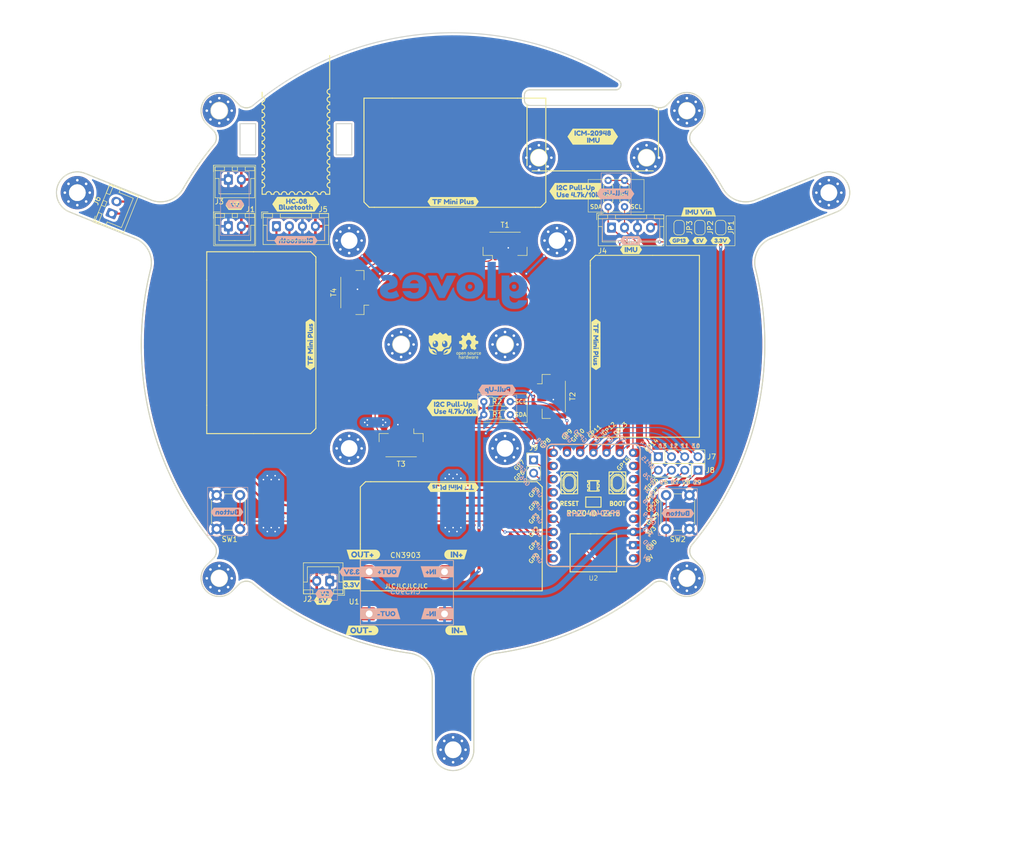
<source format=kicad_pcb>
(kicad_pcb (version 20240108) (generator "pcbnew") (generator_version "8.0")
  (layers (0 "F.Cu" signal) (31 "B.Cu" signal) (34 "B.Paste" user) (35 "F.Paste" user) (36 "B.SilkS" user "B.Silkscreen") (37 "F.SilkS" user "F.Silkscreen") (38 "B.Mask" user) (39 "F.Mask" user) (44 "Edge.Cuts" user))
  (net 0 "")
  (net 1 "GND")
  (net 2 "+5V")
  (net 3 "I2C1_SDA")
  (net 4 "I2C1_SCL")
  (net 5 "IMU-RX1")
  (net 6 "IMU-TX1")
  (net 7 "IMU-TX0-Top-RX")
  (net 8 "IMU-RX0-Top-TX")
  (net 9 "Net-(J7-Pin_3)")
  (net 10 "Net-(J7-Pin_2)")
  (net 11 "V_IMU")
  (net 12 "Net-(J7-Pin_4)")
  (net 13 "Net-(J8-Pin_1)")
  (net 14 "Net-(J8-Pin_3)")
  (net 15 "Net-(J8-Pin_4)")
  (net 16 "Net-(J8-Pin_2)")
  (net 17 "Net-(J9-Pin_1)")
  (net 18 "Net-(J9-Pin_2)")
  (net 19 "Button1")
  (net 20 "Button2")
  (net 21 "I2C0_SCL")
  (net 22 "I2C0_SDA")
  (net 23 "+3.3V")
  (net 26 "GP13")
  (footprint "MountingHole:MountingHole_3.2mm_M3_Pad_Via" (layer "F.Cu") (at 110 120)
    (property "Reference" "H12" (hide yes))
    (property "Value" "MountingHole-M3")
  )
  (footprint "kibuzzard-66706BB5" (layer "F.Cu") (at 100 127.5 180)
    (property "Reference" "kibuzzard-66706BB5" (hide yes))
    (property "Value" "G***" (hide yes))
  )
  (footprint "Connector_JST:JST_XH_B2B-XH-A_1x02_P2.50mm_Vertical" (layer "F.Cu") (at 76.25 145.525 180)
    (property "Reference" "J2")
    (property "Value" "5V-JST-XH-B2B")
  )
  (footprint "kibuzzard-66706BB5" (layer "F.Cu") (at 72.5 100 90)
    (property "Reference" "kibuzzard-66706BB5" (hide yes))
    (property "Value" "G***" (hide yes))
  )
  (footprint "kibuzzard-66707123" (layer "F.Cu") (at 147.5 80)
    (property "Reference" "kibuzzard-66707123" (hide yes))
    (property "Value" "G***" (hide yes))
  )
  (footprint "PorridgePi-Personal:CN3903" (layer "F.Cu") (at 83.853 143.7378)
    (property "Reference" "U1")
    (property "Value" "CN3903 3.3V")
  )
  (footprint "LOGO" (layer "F.Cu") (at 97.5 99.75)
    (property "Reference" "G***" (hide yes))
    (property "Value" "LOGO" (hide yes))
  )
  (footprint "Connector_PinHeader_2.54mm:PinHeader_1x02_P2.54mm_Vertical" (layer "F.Cu") (at 115.5 122.225)
    (property "Reference" "J9")
    (property "Value" "Breakout-Header-01x02")
  )
  (footprint "MountingHole:MountingHole_3.2mm_M3_Pad_Via" (layer "F.Cu") (at 80 120)
    (property "Reference" "H13" (hide yes))
    (property "Value" "MountingHole-M3")
  )
  (footprint "MountingHole:MountingHole_3.2mm_M3_Pad_Via" (layer "F.Cu") (at 27.679659 70.780686)
    (property "Reference" "H5" (hide yes))
    (property "Value" "MountingHole-M3")
  )
  (footprint "Connector_PinHeader_2.54mm:PinHeader_1x04_P2.54mm_Vertical" (layer "F.Cu") (at 139.5 121.6 90)
    (property "Reference" "J7")
    (property "Value" "Breakout-Header-01x04")
  )
  (footprint "Connector_JST:JST_GH_BM04B-GHS-TBT_1x04-1MP_P1.25mm_Vertical" (layer "F.Cu") (at 81 90 90)
    (property "Reference" "T4")
    (property "Value" "TFmini-Plus-JST-GH-01x04")
  )
  (footprint "kibuzzard-667071A6" (layer "F.Cu") (at 126.876715 60)
    (property "Reference" "kibuzzard-667071A6" (hide yes))
    (property "Value" "G***" (hide yes))
  )
  (footprint "Jumper:SolderJumper-2_P1.3mm_Bridged_RoundedPad1.0x1.5mm" (layer "F.Cu") (at 151.5 77.5 -90)
    (property "Reference" "JP1")
    (property "Value" "SolderJumper_2_Bridged")
  )
  (footprint "Connector_JST:JST_XH_B2B-XH-A_1x02_P2.50mm_Vertical" (layer "F.Cu") (at 34.293291 74.809698 68)
    (property "Reference" "J6")
    (property "Value" "Top-UART-JST-XH-B2B")
  )
  (footprint "Jumper:SolderJumper-2_P1.3mm_Open_RoundedPad1.0x1.5mm" (layer "F.Cu") (at 147.5 77.5 -90)
    (property "Reference" "JP2")
    (property "Value" "SolderJumper_2_Open")
  )
  (footprint "PCM_Resistor_THT_AKL:R_Axial_DIN0204_L3.6mm_D1.6mm_P5.08mm_Horizontal" (layer "F.Cu") (at 129.85 73.5 90)
    (property "Reference" "R4")
    (property "Value" "R" (hide yes))
  )
  (footprint "PCM_Resistor_THT_AKL:R_Axial_DIN0204_L3.6mm_D1.6mm_P5.08mm_Horizontal" (layer "F.Cu") (at 111 113.5 180)
    (property "Reference" "R1")
    (property "Value" "R" (hide yes))
  )
  (footprint "kibuzzard-66707151" (layer "F.Cu") (at 147.25 74.5)
    (property "Reference" "kibuzzard-66707151" (hide yes))
    (property "Value" "G***" (hide yes))
  )
  (footprint "kibuzzard-666B0E6A" (layer "F.Cu") (at 100 47.5)
    (property "Reference" "kibuzzard-666B0E6A" (hide yes))
    (property "Value" "G***" (hide yes))
  )
  (footprint "kibuzzard-666B0E6A" (layer "F.Cu") (at 100 47.5)
    (property "Reference" "kibuzzard-666B0E6A" (hide yes))
    (property "Value" "G***" (hide yes))
  )
  (footprint "Connector_JST:JST_GH_BM04B-GHS-TBT_1x04-1MP_P1.25mm_Vertical" (layer "F.Cu") (at 90 119 180)
    (property "Reference" "T3")
    (property "Value" "TFmini-Plus-JST-GH-01x04")
  )
  (footprint "kibuzzard-66706AEF" (layer "F.Cu") (at 69.75 73)
    (property "Reference" "kibuzzard-66706AEF" (hide yes))
    (property "Value" "G***" (hide yes))
  )
  (footprint "Connector_JST:JST_GH_BM04B-GHS-TBT_1x04-1MP_P1.25mm_Vertical" (layer "F.Cu") (at 119 110 -90)
    (property "Reference" "T2")
    (property "Value" "TFmini-Plus-JST-GH-01x04")
  )
  (footprint "Jumper:SolderJumper-2_P1.3mm_Open_RoundedPad1.0x1.5mm" (layer "F.Cu") (at 143.5 77.5 -90)
    (property "Reference" "JP3")
    (property "Value" "SolderJumper_2_Open")
  )
  (footprint "kibuzzard-66706BB5" (layer "F.Cu") (at 127.5 100 -90)
    (property "Reference" "kibuzzard-66706BB5" (hide yes))
    (property "Value" "G***" (hide yes))
  )
  (footprint "Connector_JST:JST_XH_B4B-XH-A_1x04_P2.50mm_Vertical" (layer "F.Cu") (at 66 77.25)
    (property "Reference" "J5")
    (property "Value" "BT-UART-JST-XH-B4B")
  )
  (footprint "MountingHole:MountingHole_3.2mm_M3_Pad_Via" (layer "F.Cu") (at 100 178)
    (property "Reference" "H7" (hide yes))
    (property "Value" "MountingHole-M3")
  )
  (footprint "Connector_JST:JST_GH_BM04B-GHS-TBT_1x04-1MP_P1.25mm_Vertical" (layer "F.Cu") (at 110 81)
    (property "Reference" "T1")
    (property "Value" "TFmini-Plus-JST-GH-01x04")
  )
  (footprint "Connector_JST:JST_XH_B2B-XH-A_1x02_P2.50mm_Vertical" (layer "F.Cu") (at 56.75 77.25)
    (property "Reference" "J1")
    (property "Value" "5V-JST-XH-B2B")
  )
  (footprint "MountingHole:MountingHole_3.2mm_M3_Pad_Via" (layer "F.Cu") (at 145 145)
    (property "Reference" "H4" (hide yes))
    (property "Value" "MountingHole-M3")
  )
  (footprint "MountingHole:MountingHole_3.2mm_M3_Pad_Via" (layer "F.Cu") (at 172.320341 70.780686)
    (property "Reference" "H6" (hide yes))
    (property "Value" "MountingHole-M3")
  )
  (footprint "kibuzzard-66707133" (layer "F.Cu") (at 143.5 80)
    (property "Reference" "kibuzzard-66707133" (hide yes))
    (property "Value" "G***" (hide yes))
  )
  (footprint "kibuzzard-66706B28" (layer "F.Cu") (at 58 73.25)
    (property "Reference" "kibuzzard-66706B28" (hide yes))
    (property "Value" "G***" (hide yes))
  )
  (footprint "kibuzzard-667070FD" (layer "F.Cu") (at 80.5 146.25)
    (property "Reference" "kibuzzard-667070FD" (hide yes))
    (property "Value" "G***" (hide yes))
  )
  (footprint "Connector_PinHeader_2.54mm:PinHeader_1x04_P2.54mm_Vertical" (layer "F.Cu") (at 147.12 124.2 -90)
    (property "Reference" "J8")
    (property "Value" "Breakout-Header-01x04")
  )
  (footprint "Button_Switch_THT:SW_PUSH_6mm" (layer "F.Cu") (at 54.5 135.5 90)
    (property "Reference" "SW1")
    (property "Value" "SW_Push")
  )
  (footprint "MountingHole:MountingHole_3.2mm_M3_Pad_Via" (layer "F.Cu") (at 145 55)
    (property "Reference" "H2" (hide yes))
    (property "Value" "MountingHole-M3")
  )
  (footprint "MountingHole:MountingHole_3.2mm_M3_Pad_Via" (layer "F.Cu") (at 120 80)
    (property "Reference" "H15" (hide yes))
    (property "Value" "MountingHole-M3")
  )
  (footprint "MountingHole:MountingHole_3.2mm_M3_Pad_Via" (layer "F.Cu") (at 116.516715 64.049803)
    (property "Reference" "H10" (hide yes))
    (property "Value" "MountingHole-M3")
  )
  (footprint "PCM_Resistor_THT_AKL:R_Axial_DIN0204_L3.6mm_D1.6mm_P5.08mm_Horizontal" (layer "F.Cu") (at 133 73.5 90)
    (property "Reference" "R3")
    (property "Value" "R" (hide yes))
  )
  (footprint "MountingHole:MountingHole_3.2mm_M3_Pad_Via" (layer "F.Cu") (at 55 145)
    (property "Reference" "H3" (hide yes))
    (property "Value" "MountingHole-M3")
  )
  (footprint "kibuzzard-6670732F" (layer "F.Cu") (at 123.5 70.5)
    (property "Reference" "kibuzzard-6670732F" (hide yes))
    (property "Value" "G***" (hide yes))
  )
  (footprint "kibuzzard-66706BB5" (layer "F.Cu") (at 100 72.5)
    (property "Reference" "kibuzzard-66706BB5" (hide yes))
    (property "Value" "G***" (hide yes))
  )
  (footprint "MountingHole:MountingHole_3.2mm_M3_Pad_Via" (layer "F.Cu") (at 90 100)
    (property "Reference" "H8" (hide yes))
    (property "Value" "MountingHole-M3")
  )
  (footprint "PorridgePi-Personal:RP2040-Zero" (layer "F.Cu") (at 127 131 180)
    (property "Reference" "U2")
    (property "Value" "RP2040-Zero" (hide yes))
  )
  (footprint "MountingHole:MountingHole_3.2mm_M3_Pad_Via" (layer "F.Cu") (at 137.236715 64.049803)
    (property "Reference" "H11" (hide yes))
    (property "Value" "MountingHole-M3")
  )
  (footprint "kibuzzard-6670727C" (layer "F.Cu") (at 134.25 81.75)
    (property "Reference" "kibuzzard-6670727C" (hide yes))
    (property "Value" "G***" (hide yes))
  )
  (footprint "MountingHole:MountingHole_3.2mm_M3_Pad_Via" (layer "F.Cu") (at 55 55)
    (property "Reference" "H1" (hide yes))
    (property "Value" "MountingHole-M3")
  )
  (footprint "MountingHole:MountingHole_3.2mm_M3_Pad_Via" (layer "F.Cu") (at 80 80)
    (property "Reference" "H14" (hide yes))
    (property "Value" "MountingHole-M3")
  )
  (footprint "kibuzzard-6670711B" (layer "F.Cu") (at 151.5 80)
    (property "Reference" "kibuzzard-6670711B" (hide yes))
    (property "Value" "G***" (hide yes))
  )
  (footprint "PCM_Resistor_THT_AKL:R_Axial_DIN0204_L3.6mm_D1.6mm_P5.08mm_Horizontal" (layer "F.Cu") (at 111 111 180)
    (property "Reference" "R2")
    (property "Value" "R" (hide yes))
  )
  (footprint "LOGO" (layer "F.Cu") (at 69.75 59.5)
    (property "Reference" "G***" (hide yes))
    (property "Value" "LOGO" (hide yes))
  )
  (footprint "Connector_JST:JST_XH_B4B-XH-A_1x04_P2.50mm_Vertical" (layer "F.Cu") (at 130.5 77.5)
    (property "Reference" "J4")
    (property "Value" "IMU-JST-XH-B4B")
  )
  (footprint "kibuzzard-6670732F" (layer "F.Cu") (at 99.894202 112.199909)
    (property "Reference" "kibuzzard-6670732F" (hide yes))
    (property "Value" "G***" (hide yes))
  )
  (footprint "MountingHole:MountingHole_3.2mm_M3_Pad_Via" (layer "F.Cu") (at 110 100)
    (property "Reference" "H9" (hide yes))
    (property "Value" "MountingHole-M3")
  )
  (footprint "Button_Switch_THT:SW_PUSH_6mm" (layer "F.Cu") (at 145.5 129 -90)
    (property "Reference" "SW2")
    (property "Value" "SW_Push")
  )
  (footprint "LOGO" (layer "F.Cu") (at 103 100.25)
    (property "Reference" "G***" (hide yes))
    (property "Value" "LOGO" (hide yes))
  )
  (footprint "Connector_JST:JST_XH_B2B-XH-A_1x02_P2.50mm_Vertical" (layer "F.Cu") (at 56.75 68.25)
    (property "Reference" "J3")
    (property "Value" "5V-JST-XH-B2B")
  )
  (footprint "kibuzzard-66706B28" (layer "F.Cu") (at 75 149.25)
    (property "Reference" "kibuzzard-66706B28" (hide yes))
    (property "Value" "G***" (hide yes))
  )
  (footprint "kibuzzard-66706B28" (layer "B.Cu") (at 58 73 180)
    (property "Reference" "kibuzzard-66706B28" (hide yes))
    (property "Value" "G***" (hide yes))
  )
  (footprint "kibuzzard-66706B28" (layer "B.Cu") (at 75.25 148 180)
    (property "Reference" "kibuzzard-66706B28" (hide yes))
    (property "Value" "G***" (hide yes))
  )
  (footprint "kibuzzard-667073A4" (layer "B.Cu") (at 134.25 80 180)
    (property "Reference" "kibuzzard-667073A4" (hide yes))
    (property "Value" "G***" (hide yes))
  )
  (footprint "kibuzzard-667070EB" (layer "B.Cu") (at 80.5 143.75 180)
    (property "Reference" "kibuzzard-667070EB" (hide yes))
    (property "Value" "G***" (hide yes))
  )
  (footprint "kibuzzard-66707423" (layer "B.Cu") (at 143.25 132.5 180)
    (property "Reference" "kibuzzard-66707423" (hide yes))
    (property "Value" "G***" (hide yes))
  )
  (footprint "LOGO" (layer "B.Cu") (at 100 88.5 180)
    (property "Reference" "G***" (hide yes))
    (property "Value" "LOGO" (hide yes))
  )
  (footprint "LOGO" (layer "B.Cu") (at 100 88.5 180)
    (property "Reference" "G***" (hide yes))
    (property "Value" "LOGO" (hide yes))
  )
  (footprint "kibuzzard-667073EF" (layer "B.Cu") (at 108.5 108.75 180)
    (property "Reference" "kibuzzard-667073EF" (hide yes))
    (property "Value" "G***" (hide yes))
  )
  (footprint "kibuzzard-667073EF" (layer "B.Cu") (at 131.25 71 180)
    (property "Reference" "kibuzzard-667073EF" (hide yes))
    (property "Value" "G***" (hide yes))
  )
  (footprint "kibuzzard-66707423" (layer "B.Cu") (at 56.5 132.25 180)
    (property "Reference" "kibuzzard-66707423" (hide yes))
    (property "Value" "G***" (hide yes))
  )
  (footprint "kibuzzard-6670735F" (layer "B.Cu") (at 69.75 80 180)
    (property "Reference" "kibuzzard-6670735F" (hide yes))
    (property "Value" "G***" (hide yes))
  )
  (gr_line (start 73.939663 80) (end 75.25 80) (stroke (width 0.1)) (layer "B.SilkS"))
  (gr_rect (start 139.5 127.75) (end 147 136.75) (stroke (width 0.1)) (fill none) (layer "B.SilkS"))
  (gr_line (start 75.25 80) (end 75.25 75.75) (stroke (width 0.1)) (layer "B.SilkS"))
  (gr_rect (start 55.25 66.75) (end 60.75 79) (stroke (width 0.1)) (fill none) (layer "B.SilkS"))
  (gr_line (start 64.25 80) (end 65.560337 80) (stroke (width 0.1)) (layer "B.SilkS"))
  (gr_line (start 139.75 75.75) (end 128.75 75.75) (stroke (width 0.1)) (layer "B.SilkS"))
  (gr_line (start 139.75 80) (end 139.75 75.75) (stroke (width 0.1)) (layer "B.SilkS"))
  (gr_rect (start 128.5 67) (end 134.25 75) (stroke (width 0.1)) (fill none) (layer "B.SilkS"))
  (gr_line (start 75.25 75.75) (end 64.25 75.75) (stroke (width 0.1)) (layer "B.SilkS"))
  (gr_line (start 128.75 75.75) (end 128.75 80) (stroke (width 0.1)) (layer "B.SilkS"))
  (gr_rect (start 72.5 144.25) (end 77.75 149.25) (stroke (width 0.1)) (fill none) (layer "B.SilkS"))
  (gr_line (start 128.75 80) (end 132.130009 80) (stroke (width 0.1)) (layer "B.SilkS"))
  (gr_rect (start 104.75 109.75) (end 112.25 114.5) (stroke (width 0.1)) (fill none) (layer "B.SilkS"))
  (gr_line (start 64.25 75.75) (end 64.25 80) (stroke (width 0.1)) (layer "B.SilkS"))
  (gr_line (start 136.369991 80) (end 139.75 80) (stroke (width 0.1)) (layer "B.SilkS"))
  (gr_rect (start 52.75 127.5) (end 60.5 136.75) (stroke (width 0.1)) (fill none) (layer "B.SilkS"))
  (gr_arc (start 26.181244 74.489425) (mid 23.970928 69.282265) (end 29.178086 67.07195) (stroke (width 0.2)) (layer "F.SilkS"))
  (gr_line (start 146.147573 58.802175) (end 147.474874 57.474874) (stroke (width 0.2)) (layer "F.SilkS"))
  (gr_line (start 161.195912 79.589386) (end 173.818727 74.489437) (stroke (width 0.2)) (layer "F.SilkS"))
  (gr_line (start 127.408673 117.847) (end 126.408673 116.847) (stroke (width 0.2)) (layer "F.SilkS"))
  (gr_arc (start 141.192926 53.857326) (mid 140.087682 54.419106) (end 138.86372 54.221566) (stroke (width 0.2)) (layer "F.SilkS"))
  (gr_arc (start 142.525126 52.525126) (mid 147.474874 52.525126) (end 147.474874 57.474874) (stroke (width 0.2)) (layer "F.SilkS"))
  (gr_line (start 114.226715 65.589803) (end 114.226715 53.75) (stroke (width 0.2)) (layer "F.SilkS"))
  (gr_line (start 161.195912 79.589386) (end 173.818727 74.489437) (stroke (width 0.2)) (layer "F.SilkS"))
  (gr_arc (start 63.249949 52.334628) (mid 63.751368 52.836) (end 63.249949 53.337371) (stroke (width 0.2)) (layer "F.SilkS"))
  (gr_arc (start 76.249949 68.332348) (mid 75.753648 67.836) (end 76.249949 67.339654) (stroke (width 0.2)) (layer "F.SilkS"))
  (gr_arc (start 57.474874 147.474874) (mid 52.525126 147.474874) (end 52.525126 142.525126) (stroke (width 0.2)) (layer "F.SilkS"))
  (gr_circle (center 137.236715 64.049803) (end 138.836715 64.049803) (stroke (width 0.2)) (fill none) (layer "F.SilkS"))
  (gr_arc (start 76.249949 66.832348) (mid 75.753648 66.336) (end 76.249949 65.839654) (stroke (width 0.2)) (layer "F.SilkS"))
  (gr_arc (start 53.977225 138.495509) (mid 41.522457 113.430451) (end 41.792701 85.442859) (stroke (width 0.2)) (layer "F.SilkS"))
  (gr_line (start 126.408673 115.847) (end 126.408673 84.847) (stroke (width 0.2)) (layer "F.SilkS"))
  (gr_arc (start 138.495509 146.022775) (mid 124.341737 154.840495) (end 108.307692 159.422069) (stroke (width 0.2)) (layer "F.SilkS"))
  (gr_arc (start 61.504491 53.977225) (mid 60.132508 54.441158) (end 58.802384 53.852636) (stroke (width 0.2)) (layer "F.SilkS"))
  (gr_line (start 82.847 52.591327) (end 88.297329 52.591327) (stroke (width 0.2)) (layer "F.SilkS"))
  (gr_arc (start 66.999235 71.086027) (mid 67.499999 70.585318) (end 68.000763 71.086027) (stroke (width 0.2)) (layer "F.SilkS"))
  (gr_arc (start 52.525126 57.474874) (mid 52.525126 52.525126) (end 57.474874 52.525126) (stroke (width 0.2)) (layer "F.SilkS"))
  (gr_line (start 114.736715 51) (end 131.32559 51) (stroke (width 0.2)) (layer "F.SilkS"))
  (gr_arc (start 141.192926 53.857326) (mid 140.087682 54.419106) (end 138.86372 54.221566) (stroke (width 0.2)) (layer "F.SilkS"))
  (gr_arc (start 137.9487 54) (mid 138.419452 54.056191) (end 138.86372 54.221566) (stroke (width 0.2)) (layer "F.SilkS"))
  (gr_arc (start 76.249949 65.332348) (mid 75.753648 64.836) (end 76.249949 64.339654) (stroke (width 0.2)) (layer "F.SilkS"))
  (gr_arc (start 131.851783 49.152542) (mid 132.282019 50.276174) (end 131.32559 51) (stroke (width 0.2)) (layer "F.SilkS"))
  (gr_line (start 76.249949 58.339654) (end 76.249949 57.832348) (stroke (width 0.2)) (layer "F.SilkS"))
  (gr_arc (start 114.7367 54) (mid 114.029599 53.707112) (end 113.736715 52.994709) (stroke (width 0.2)) (layer "F.SilkS"))
  (gr_circle (center 55 55) (end 56.6 55) (stroke (width 0.2)) (fill none) (layer "F.SilkS"))
  (gr_line (start 104.75 109.5) (end 114.25 109.5) (stroke (width 0.1)) (layer "F.SilkS"))
  (gr_line (start 139.526715 54.5) (end 139.526715 64.089803) (stroke (width 0.2)) (layer "F.SilkS"))
  (gr_arc (start 63.249949 64.334628) (mid 63.751368 64.836) (end 63.249949 65.337371) (stroke (width 0.2)) (layer "F.SilkS"))
  (gr_circle (center 145 55) (end 146.55 55) (stroke (width 0.2)) (fill none) (layer "F.SilkS"))
  (gr_line (start 147.474874 142.525126) (end 146.142674 141.192926) (stroke (width 0.2)) (layer "F.SilkS"))
  (gr_line (start 63.249949 69.837371) (end 63.249949 71.086027) (stroke (width 0.2)) (layer "F.SilkS"))
  (gr_arc (start 146.142674 141.192926) (mid 145.558854 139.867491) (end 146.022775 138.495509) (stroke (width 0.2)) (layer "F.SilkS"))
  (gr_line (start 137.9487 54) (end 114.7367 54) (stroke (width 0.2)) (layer "F.SilkS"))
  (gr_line (start 63.249949 59.337371) (end 63.249949 59.834628) (stroke (width 0.2)) (layer "F.SilkS"))
  (gr_arc (start 63.249949 65.834628) (mid 63.751368 66.336) (end 63.249949 66.837371) (stroke (width 0.2)) (layer "F.SilkS"))
  (gr_arc (start 63.249949 56.834628) (mid 63.751368 57.336) (end 63.249949 57.837371) (stroke (width 0.2)) (layer "F.SilkS"))
  (gr_circle (center 100 178) (end 101.5 178) (stroke (width 0.2)) (fill none) (layer "F.SilkS"))
  (gr_arc (start 158.188051 72.176362) (mid 154.685458 72.267458) (end 151.983066 70.037343) (stroke (width 0.2)) (layer "F.SilkS"))
  (gr_arc (start 146.142674 141.192926) (mid 145.558854 139.867491) (end 146.022775 138.495509) (stroke (width 0.2)) (layer "F.SilkS"))
  (gr_line (start 112.396671 52.591327) (end 117.847 52.591327) (stroke (width 0.2)) (layer "F.SilkS"))
  (gr_arc (start 48.016934 70.037343) (mid 50.811701 65.641428) (end 53.977225 61.504491) (stroke (width 0.2)) (layer "F.SilkS"))
  (gr_line (start 76.249949 50.839654) (end 76.249949 44.386027) (stroke (width 0.2)) (layer "F.SilkS"))
  (gr_line (start 147.408673 82.847) (end 147.408673 88.297329) (stroke (width 0.2)) (layer "F.SilkS"))
  (gr_circle (center 90 100) (end 91.6 100) (stroke (width 0.2)) (fill none) (layer "F.SilkS"))
  (gr_line (start 147.474874 142.525126) (end 146.142674 141.192926) (stroke (width 0.2)) (layer "F.SilkS"))
  (gr_arc (start 48.016934 70.037343) (mid 45.314553 72.26749) (end 41.812048 72.176402) (stroke (width 0.2)) (layer "F.SilkS"))
  (gr_line (start 117.153 127.408673) (end 117.153 138.408673) (stroke (width 0.2)) (layer "F.SilkS"))
  (gr_arc (start 76.249949 51.832348) (mid 75.753648 51.336) (end 76.249949 50.839654) (stroke (width 0.2)) (layer "F.SilkS"))
  (gr_line (start 41.812048 72.176402) (end 29.178086 67.07195) (stroke (width 0.2)) (layer "F.SilkS"))
  (gr_arc (start 76.249949 62.332348) (mid 75.753648 61.836) (end 76.249949 61.339654) (stroke (width 0.2)) (layer "F.SilkS"))
  (gr_arc (start 58.807074 146.142674) (mid 60.132509 145.558854) (end 61.504491 146.022775) (stroke (width 0.2)) (layer "F.SilkS"))
  (gr_line (start 76.249949 52.339654) (end 76.249949 51.832348) (stroke (width 0.2)) (layer "F.SilkS"))
  (gr_circle (center 145 55) (end 146.55 55) (stroke (width 0.2)) (fill none) (layer "F.SilkS"))
  (gr_arc (start 63.249949 55.334628) (mid 63.751368 55.836) (end 63.249949 56.337371) (stroke (width 0.2)) (layer "F.SilkS"))
  (gr_arc (start 53.857326 58.807074) (mid 54.441146 60.132509) (end 53.977225 61.504491) (stroke (width 0.2)) (layer "F.SilkS"))
  (gr_line (start 63.249949 68.337371) (end 63.249949 68.834628) (stroke (width 0.2)) (layer "F.SilkS"))
  (gr_arc (start 104 178) (mid 100 182) (end 96 178) (stroke (width 0.2)) (layer "F.SilkS"))
  (gr_line (start 82.153 127.408673) (end 83.153 126.408673) (stroke (width 0.2)) (layer "F.SilkS"))
  (gr_arc (start 146.022775 61.504491) (mid 149.188296 65.64143) (end 151.983066 70.037343) (stroke (width 0.2)) (layer "F.SilkS"))
  (gr_line (start 63.249949 71.086027) (end 63.999235 71.086027) (stroke (width 0.2)) (layer "F.SilkS"))
  (gr_line (start 52.591327 87.603329) (end 52.591327 82.153) (stroke (width 0.2)) (layer "F.SilkS"))
  (gr_arc (start 63.249949 62.834628) (mid 63.751368 63.336) (end 63.249949 63.837371) (stroke (width 0.2)) (layer "F.SilkS"))
  (gr_arc (start 104 178) (mid 100 182) (end 96 178) (stroke (width 0.2)) (layer "F.SilkS"))
  (gr_arc (start 76.249949 60.832348) (mid 75.753648 60.336) (end 76.249949 59.839654) (stroke (width 0.2)) (layer "F.SilkS"))
  (gr_line (start 115.847 73.591327) (end 84.847 73.591327) (stroke (width 0.2)) (layer "F.SilkS"))
  (gr_line (start 136.75 68.25) (end 136.75 74.5) (stroke (width 0.1)) (layer "F.SilkS"))
  (gr_arc (start 76.249949 63.832348) (mid 75.753648 63.336) (end 76.249949 62.839654) (stroke (width 0.2)) (layer "F.SilkS"))
  (gr_circle (center 116.516715 64.049803) (end 118.116715 64.049803) (stroke (width 0.2)) (fill none) (layer "F.SilkS"))
  (gr_line (start 76.249949 67.339654) (end 76.249949 66.832348) (stroke (width 0.2)) (layer "F.SilkS"))
  (gr_line (start 76.249949 59.839654) (end 76.249949 59.332348) (stroke (width 0.2)) (layer "F.SilkS"))
  (gr_line (start 82.847 72.591327) (end 82.847 61.591327) (stroke (width 0.2)) (layer "F.SilkS"))
  (gr_line (start 96 164.373908) (end 96 178) (stroke (width 0.2)) (layer "F.SilkS"))
  (gr_line (start 116.153 126.408673) (end 117.153 127.408673) (stroke (width 0.2)) (layer "F.SilkS"))
  (gr_arc (start 48.016934 70.037343) (mid 50.811701 65.641428) (end 53.977225 61.504491) (stroke (width 0.2)) (layer "F.SilkS"))
  (gr_arc (start 170.821874 67.071966) (mid 176.029034 69.282274) (end 173.818727 74.489437) (stroke (width 0.2)) (layer "F.SilkS"))
  (gr_arc (start 63.249949 58.334628) (mid 63.751368 58.836) (end 63.249949 59.337371) (stroke (width 0.2)) (layer "F.SilkS"))
  (gr_circle (center 172.320341 70.780686) (end 173.820341 70.780686) (stroke (width 0.2)) (fill none) (layer "F.SilkS"))
  (gr_arc (start 91.692308 159.422069) (mid 94.772366 161.092258) (end 96 164.373908) (stroke (width 0.2)) (layer "F.SilkS"))
  (gr_line (start 76.249949 55.339654) (end 76.249949 54.832348) (stroke (width 0.2)) (layer "F.SilkS"))
  (gr_line (start 76.249949 71.086027) (end 76.249949 69.832348) (stroke (width 0.2)) (layer "F.SilkS"))
  (gr_arc (start 61.504491 53.977225) (mid 60.132508 54.441158) (end 58.802384 53.852636) (stroke (width 0.2)) (layer "F.SilkS"))
  (gr_line (start 126 68.25) (end 136.75 68.25) (stroke (width 0.1)) (layer "F.SilkS"))
  (gr_arc (start 68.499235 71.086027) (mid 68.999999 70.585318) (end 69.500763 71.086027) (stroke (width 0.2)) (layer "F.SilkS"))
  (gr_arc (start 53.857326 58.807074) (mid 54.441146 60.132509) (end 53.977225 61.504491) (stroke (width 0.2)) (layer "F.SilkS"))
  (gr_line (start 126.408673 83.847) (end 127.408673 82.847) (stroke (width 0.2)) (layer "F.SilkS"))
  (gr_arc (start 76.249949 53.332348) (mid 75.753648 52.836) (end 76.249949 52.339654) (stroke (width 0.2)) (layer "F.SilkS"))
  (gr_line (start 126.408673 84.847) (end 126.408673 83.847) (stroke (width 0.2)) (layer "F.SilkS"))
  (gr_line (start 63.249949 60.837371) (end 63.249949 61.334628) (stroke (width 0.2)) (layer "F.SilkS"))
  (gr_line (start 83.847 73.591327) (end 82.847 72.591327) (stroke (width 0.2)) (layer "F.SilkS"))
  (gr_line (start 63.249949 57.837371) (end 63.249949 58.334628) (stroke (width 0.2)) (layer "F.SilkS"))
  (gr_arc (start 76.249949 56.332348) (mid 75.753648 55.836) (end 76.249949 55.339654) (stroke (width 0.2)) (layer "F.SilkS"))
  (gr_arc (start 76.249949 69.832348) (mid 75.753648 69.336) (end 76.249949 68.839654) (stroke (width 0.2)) (layer "F.SilkS"))
  (gr_arc (start 114.7367 54) (mid 114.029599 53.707112) (end 113.736715 52.994709) (stroke (width 0.2)) (layer "F.SilkS"))
  (gr_line (start 113.736715 52.994709) (end 113.736715 52) (stroke (width 0.2)) (layer "F.SilkS"))
  (gr_arc (start 137.9487 54) (mid 138.419452 54.056191) (end 138.86372 54.221566) (stroke (width 0.2)) (layer "F.SilkS"))
  (gr_line (start 138.526715 66.589803) (end 115.226715 66.589803) (stroke (width 0.2)) (layer "F.SilkS"))
  (gr_arc (start 158.207299 85.442859) (mid 158.477543 113.430451) (end 146.022775 138.495509) (stroke (width 0.2)) (layer "F.SilkS"))
  (gr_line (start 73.591327 84.153) (end 73.591327 115.153) (stroke (width 0.2)) (layer "F.SilkS"))
  (gr_line (start 58.802384 53.852636) (end 57.474874 52.525126) (stroke (width 0.2)) (layer "F.SilkS"))
  (gr_circle (center 110 100) (end 111.6 100) (stroke (width 0.2)) (fill none) (layer "F.SilkS"))
  (gr_arc (start 138.495509 146.022775) (mid 124.341737 154.840495) (end 108.307692 159.422069) (stroke (width 0.2)) (layer "F.SilkS"))
  (gr_circle (center 145 145) (end 146.55 145) (stroke (width 0.2)) (fill none) (layer "F.SilkS"))
  (gr_arc (start 91.692308 159.422069) (mid 94.772366 161.092258) (end 96 164.373908) (stroke (width 0.2)) (layer "F.SilkS"))
  (gr_line (start 116.847 73.591327) (end 115.847 73.591327) (stroke (width 0.2)) (layer "F.SilkS"))
  (gr_line (start 52.591327 117.153) (end 52.591327 111.702671) (stroke (width 0.2)) (layer "F.SilkS"))
  (gr_line (start 141.197825 146.147573) (end 142.525126 147.474874) (stroke (width 0.2)) (layer "F.SilkS"))
  (gr_arc (start 63.249949 68.834628) (mid 63.751368 69.336) (end 63.249949 69.837371) (stroke (width 0.2)) (layer "F.SilkS"))
  (gr_line (start 114.25 115) (end 104.75 115) (stroke (width 0.1)) (layer "F.SilkS"))
  (gr_line (start 126 69) (end 126 68.25) (stroke (width 0.1)) (layer "F.SilkS"))
  (gr_line (start 63.249949 65.337371) (end 63.249949 65.834628) (stroke (width 0.2)) (layer "F.SilkS"))
  (gr_line (start 117.153 147.408673) (end 111.702671 147.408673) (stroke (width 0.2)) (layer "F.SilkS"))
  (gr_arc (start 147.474874 142.525126) (mid 147.474874 147.474874) (end 142.525126 147.474874) (stroke (width 0.2)) (layer "F.SilkS"))
  (gr_line (start 63.249949 54.837371) (end 63.249949 55.334628) (stroke (width 0.2)) (layer "F.SilkS"))
  (gr_line (start 82.847 61.591327) (end 82.847 52.591327) (stroke (width 0.2)) (layer "F.SilkS"))
  (gr_line (start 63.249949 53.337371) (end 63.249949 53.834628) (stroke (width 0.2)) (layer "F.SilkS"))
  (gr_line (start 71.000763 71.086027) (end 71.499235 71.086027) (stroke (width 0.2)) (layer "F.SilkS"))
  (gr_line (start 87.603329 147.408673) (end 82.153 147.408673) (stroke (width 0.2)) (layer "F.SilkS"))
  (gr_line (start 126.408673 116.847) (end 126.408673 115.847) (stroke (width 0.2)) (layer "F.SilkS"))
  (gr_circle (center 100 178) (end 101.5 178) (stroke (width 0.2)) (fill none) (layer "F.SilkS"))
  (gr_circle (center 145 145) (end 146.55 145) (stroke (width 0.2)) (fill none) (layer "F.SilkS"))
  (gr_line (start 111.702671 147.408673) (end 87.603329 147.408673) (stroke (width 0.2)) (layer "F.SilkS"))
  (gr_line (start 146.147573 58.802175) (end 147.474874 57.474874) (stroke (width 0.2)) (layer "F.SilkS"))
  (gr_arc (start 69.999235 71.086027) (mid 70.499999 70.585318) (end 71.000763 71.086027) (stroke (width 0.2)) (layer "F.SilkS"))
  (gr_line (start 138.408673 117.847) (end 127.408673 117.847) (stroke (width 0.2)) (layer "F.SilkS"))
  (gr_line (start 138.408673 82.847) (end 147.408673 82.847) (stroke (width 0.2)) (layer "F.SilkS"))
  (gr_line (start 26.181244 74.489425) (end 38.815144 79.593852) (stroke (width 0.2)) (layer "F.SilkS"))
  (gr_line (start 127.408673 82.847) (end 138.408673 82.847) (stroke (width 0.2)) (layer "F.SilkS"))
  (gr_arc (start 104 164.3739) (mid 105.227628 161.092253) (end 108.307692 159.422069) (stroke (width 0.2)) (layer "F.SilkS"))
  (gr_line (start 73.591327 116.153) (end 72.591327 117.153) (stroke (width 0.2)) (layer "F.SilkS"))
  (gr_line (start 170.821874 67.071966) (end 158.188051 72.176362) (stroke (width 0.2)) (layer "F.SilkS"))
  (gr_circle (center 110 100) (end 111.6 100) (stroke (width 0.2)) (fill none) (layer "F.SilkS"))
  (gr_line (start 29.178085 67.071959) (end 29.178088 67.071951) (stroke (width 0.2)) (layer "F.SilkS"))
  (gr_line (start 147.408673 112.396671) (end 147.408673 117.847) (stroke (width 0.2)) (layer "F.SilkS"))
  (gr_line (start 76.249949 62.839654) (end 76.249949 62.332348) (stroke (width 0.2)) (layer "F.SilkS"))
  (gr_line (start 41.812048 72.176402) (end 29.178088 67.071951) (stroke (width 0.2)) (layer "F.SilkS"))
  (gr_line (start 52.591327 111.702671) (end 52.591327 87.603329) (stroke (width 0.2)) (layer "F.SilkS"))
  (gr_line (start 76.249949 56.839654) (end 76.249949 56.332348) (stroke (width 0.2)) (layer "F.SilkS"))
  (gr_line (start 57.474874 147.474874) (end 58.807074 146.142674) (stroke (width 0.2)) (layer "F.SilkS"))
  (gr_arc (start 158.207299 85.442859) (mid 158.602078 81.961432) (end 161.195912 79.589386) (stroke (width 0.2)) (layer "F.SilkS"))
  (gr_arc (start 158.207299 85.442859) (mid 158.602078 81.961432) (end 161.195912 79.589386) (stroke (width 0.2)) (layer "F.SilkS"))
  (gr_circle (center 55 145) (end 56.55 145) (stroke (width 0.2)) (fill none) (layer "F.SilkS"))
  (gr_line (start 82.153 138.408673) (end 82.153 127.408673) (stroke (width 0.2)) (layer "F.SilkS"))
  (gr_line (start 114.25 109.5) (end 114.25 110) (stroke (width 0.1)) (layer "F.SilkS"))
  (gr_circle (center 172.320341 70.780686) (end 173.820341 70.780686) (stroke (width 0.2)) (fill none) (layer "F.SilkS"))
  (gr_line (start 63.249949 56.337371) (end 63.249949 56.834628) (stroke (width 0.2)) (layer "F.SilkS"))
  (gr_arc (start 76.249949 54.832348) (mid 75.753648 54.336) (end 76.249949 53.839654) (stroke (width 0.2)) (layer "F.SilkS"))
  (gr_line (start 147.408673 88.297329) (end 147.408673 112.396671) (stroke (width 0.2)) (layer "F.SilkS"))
  (gr_line (start 76.249949 68.332348) (end 76.249949 68.839654) (stroke (width 0.2)) (layer "F.SilkS"))
  (gr_line (start 76.249949 65.839654) (end 76.249949 65.332348) (stroke (width 0.2)) (layer "F.SilkS"))
  (gr_line (start 104 178) (end 104 164.3739) (stroke (width 0.2)) (layer "F.SilkS"))
  (gr_arc (start 131.851783 49.152542) (mid 132.282019 50.276174) (end 131.32559 51) (stroke (width 0.2)) (layer "F.SilkS"))
  (gr_line (start 73.591327 115.153) (end 73.591327 116.153) (stroke (width 0.2)) (layer "F.SilkS"))
  (gr_line (start 76.249949 53.839654) (end 76.249949 53.332348) (stroke (width 0.2)) (layer "F.SilkS"))
  (gr_circle (center 90 100) (end 91.6 100) (stroke (width 0.2)) (fill none) (layer "F.SilkS"))
  (gr_line (start 117.847 72.591327) (end 116.847 73.591327) (stroke (width 0.2)) (layer "F.SilkS"))
  (gr_line (start 72.591327 117.153) (end 61.591327 117.153) (stroke (width 0.2)) (layer "F.SilkS"))
  (gr_line (start 117.847 61.591327) (end 117.847 72.591327) (stroke (width 0.2)) (layer "F.SilkS"))
  (gr_arc (start 138.495509 146.022775) (mid 139.867492 145.558842) (end 141.197825 146.147573) (stroke (width 0.2)) (layer "F.SilkS"))
  (gr_arc (start 52.525126 57.474874) (mid 52.525126 52.525126) (end 57.474874 52.525126) (stroke (width 0.2)) (layer "F.SilkS"))
  (gr_line (start 114.25 110) (end 114.25 115) (stroke (width 0.1)) (layer "F.SilkS"))
  (gr_line (start 104.75 115) (end 104.75 109.5) (stroke (width 0.1)) (layer "F.SilkS"))
  (gr_line (start 75.500763 71.086027) (end 76.249949 71.086027) (stroke (width 0.2)) (layer "F.SilkS"))
  (gr_arc (start 146.022775 61.504491) (mid 145.558842 60.132508) (end 146.147573 58.802175) (stroke (width 0.2)) (layer "F.SilkS"))
  (gr_arc (start 138.495509 146.022775) (mid 139.867492 145.558842) (end 141.197825 146.147573) (stroke (width 0.2)) (layer "F.SilkS"))
  (gr_line (start 142.525126 52.525126) (end 141.192926 53.857326) (stroke (width 0.2)) (layer "F.SilkS"))
  (gr_line (start 170.821874 67.071966) (end 158.188051 72.176362) (stroke (width 0.2)) (layer "F.SilkS"))
  (gr_line (start 65.000763 71.086027) (end 65.499234 71.086027) (stroke (width 0.2)) (layer "F.SilkS"))
  (gr_arc (start 63.249949 67.334628) (mid 63.751368 67.836) (end 63.249949 68.337371) (stroke (width 0.2)) (layer "F.SilkS"))
  (gr_line (start 82.153 147.408673) (end 82.153 138.408673) (stroke (width 0.2)) (layer "F.SilkS"))
  (gr_arc (start 38.815144 79.593852) (mid 41.397937 81.961413) (end 41.792701 85.442859) (stroke (width 0.2)) (layer "F.SilkS"))
  (gr_circle (center 27.679659 70.780686) (end 29.179659 70.780686) (stroke (width 0.2)) (fill none) (layer "F.SilkS"))
  (gr_arc (start 104 164.3739) (mid 105.227628 161.092253) (end 108.307692 159.422069) (stroke (width 0.2)) (layer "F.SilkS"))
  (gr_line (start 63.249949 51.45) (end 63.249949 52.334628) (stroke (width 0.2)) (layer "F.SilkS"))
  (gr_line (start 52.525126 57.474874) (end 53.857326 58.807074) (stroke (width 0.2)) (layer "F.SilkS"))
  (gr_line (start 147.408673 117.847) (end 138.408673 117.847) (stroke (width 0.2)) (layer "F.SilkS"))
  (gr_circle (center 27.679659 70.780686) (end 29.179659 70.780686) (stroke (width 0.2)) (fill none) (layer "F.SilkS"))
  (gr_arc (start 76.249949 57.832348) (mid 75.753648 57.336) (end 76.249949 56.839654) (stroke (width 0.2)) (layer "F.SilkS"))
  (gr_arc (start 71.499235 71.086027) (mid 71.999999 70.585317) (end 72.500763 71.086027) (stroke (width 0.2)) (layer "F.SilkS"))
  (gr_arc (start 57.474874 147.474874) (mid 52.525126 147.474874) (end 52.525126 142.525126) (stroke (width 0.2)) (layer "F.SilkS"))
  (gr_arc (start 63.249949 59.834628) (mid 63.751368 60.336) (end 63.249949 60.837371) (stroke (width 0.2)) (layer "F.SilkS"))
  (gr_line (start 84.153 126.408673) (end 115.153 126.408673) (stroke (width 0.2)) (layer "F.SilkS"))
  (gr_line (start 69.500763 71.086027) (end 69.999235 71.086027) (stroke (width 0.2)) (layer "F.SilkS"))
  (gr_arc (start 26.181244 74.489425) (mid 23.970928 69.282265) (end 29.178085 67.071959) (stroke (width 0.2)) (layer "F.SilkS"))
  (gr_arc (start 72.999234 71.086027) (mid 73.5 70.585319) (end 74.000765 71.086027) (stroke (width 0.2)) (layer "F.SilkS"))
  (gr_line (start 84.847 73.591327) (end 83.847 73.591327) (stroke (width 0.2)) (layer "F.SilkS"))
  (gr_arc (start 91.692308 159.422069) (mid 75.658263 154.840495) (end 61.504491 146.022775) (stroke (width 0.2)) (layer "F.SilkS"))
  (gr_line (start 117.153 138.408673) (end 117.153 147.408673) (stroke (width 0.2)) (layer "F.SilkS"))
  (gr_line (start 115.153 126.408673) (end 116.153 126.408673) (stroke (width 0.2)) (layer "F.SilkS"))
  (gr_line (start 74.000765 71.086027) (end 74.499235 71.086027) (stroke (width 0.2)) (layer "F.SilkS"))
  (gr_line (start 63.249949 62.337371) (end 63.249949 62.834628) (stroke (width 0.2)) (layer "F.SilkS"))
  (gr_line (start 66.500765 71.086027) (end 66.999235 71.086027) (stroke (width 0.2)) (layer "F.SilkS"))
  (gr_arc (start 48.016934 70.037343) (mid 45.314553 72.26749) (end 41.812048 72.176402) (stroke (width 0.2)) (layer "F.SilkS"))
  (gr_circle (center 55 55) (end 56.6 55) (stroke (width 0.2)) (fill none) (layer "F.SilkS"))
  (gr_arc (start 142.525126 52.525126) (mid 147.474874 52.525126) (end 147.474874 57.474874) (stroke (width 0.2)) (layer "F.SilkS"))
  (gr_line (start 76.249949 64.339654) (end 76.249949 63.832348) (stroke (width 0.2)) (layer "F.SilkS"))
  (gr_line (start 58.802384 53.852636) (end 57.474874 52.525126) (stroke (width 0.2)) (layer "F.SilkS"))
  (gr_line (start 114.736715 51) (end 131.32559 51) (stroke (width 0.2)) (layer "F.SilkS"))
  (gr_arc (start 63.249949 53.834628) (mid 63.751368 54.336) (end 63.249949 54.837371) (stroke (width 0.2)) (layer "F.SilkS"))
  (gr_line (start 53.852427 141.197825) (end 52.525126 142.525126) (stroke (width 0.2)) (layer "F.SilkS"))
  (gr_line (start 88.297329 52.591327) (end 112.396671 52.591327) (stroke (width 0.2)) (layer "F.SilkS"))
  (gr_line (start 126 74.5) (end 126.011612 72.092213) (stroke (width 0.1)) (layer "F.SilkS"))
  (gr_arc (start 63.249949 61.334628) (mid 63.751368 61.836) (end 63.249949 62.337371) (stroke (width 0.2)) (layer "F.SilkS"))
  (gr_arc (start 91.692308 159.422069) (mid 75.658263 154.840495) (end 61.504491 146.022775) (stroke (width 0.2)) (layer "F.SilkS"))
  (gr_rect (start 53.9 65.5) (end 62 81) (stroke (width 0.1)) (fill none) (layer "F.SilkS"))
  (gr_arc (start 113.736715 52) (mid 114.029609 51.292899) (end 114.736715 51) (stroke (width 0.2)) (layer "F.SilkS"))
  (gr_line (start 83.153 126.408673) (end 84.153 126.408673) (stroke (width 0.2)) (layer "F.SilkS"))
  (gr_arc (start 65.499234 71.086027) (mid 66 70.585319) (end 66.500765 71.086027) (stroke (width 0.2)) (layer "F.SilkS"))
  (gr_line (start 63.249949 63.837371) (end 63.249949 64.334628) (stroke (width 0.2)) (layer "F.SilkS"))
  (gr_arc (start 53.977225 138.495509) (mid 54.441158 139.867492) (end 53.852427 141.197825) (stroke (width 0.2)) (layer "F.SilkS"))
  (gr_arc (start 147.474874 142.525126) (mid 147.474874 147.474874) (end 142.525126 147.474874) (stroke (width 0.2)) (layer "F.SilkS"))
  (gr_line (start 137.9487 54) (end 114.7367 54) (stroke (width 0.2)) (layer "F.SilkS"))
  (gr_arc (start 113.736715 52) (mid 114.029609 51.292899) (end 114.736715 51) (stroke (width 0.2)) (layer "F.SilkS"))
  (gr_line (start 76.249949 61.339654) (end 76.249949 60.832348) (stroke (width 0.2)) (layer "F.SilkS"))
  (gr_line (start 72.500763 71.086027) (end 72.999234 71.086027) (stroke (width 0.2)) (layer "F.SilkS"))
  (gr_arc (start 53.977225 138.495509) (mid 41.522457 113.430451) (end 41.792701 85.442859) (stroke (width 0.2)) (layer "F.SilkS"))
  (gr_arc (start 158.207299 85.442859) (mid 158.477543 113.430451) (end 146.022775 138.495509) (stroke (width 0.2)) (layer "F.SilkS"))
  (gr_line (start 53.852427 141.197825) (end 52.525126 142.525126) (stroke (width 0.2)) (layer "F.SilkS"))
  (gr_arc (start 53.977225 138.495509) (mid 54.441158 139.867492) (end 53.852427 141.197825) (stroke (width 0.2)) (layer "F.SilkS"))
  (gr_arc (start 63.999235 71.086027) (mid 64.499999 70.585318) (end 65.000763 71.086027) (stroke (width 0.2)) (layer "F.SilkS"))
  (gr_arc (start 76.249949 59.332348) (mid 75.753648 58.836) (end 76.249949 58.339654) (stroke (width 0.2)) (layer "F.SilkS"))
  (gr_arc (start 158.188051 72.176362) (mid 154.685458 72.267458) (end 151.983066 70.037343) (stroke (width 0.2)) (layer "F.SilkS"))
  (gr_arc (start 58.807074 146.142674) (mid 60.132509 145.558854) (end 61.504491 146.022775) (stroke (width 0.2)) (layer "F.SilkS"))
  (gr_line (start 104 178) (end 104 164.3739) (stroke (width 0.2)) (layer "F.SilkS"))
  (gr_line (start 57.474874 147.474874) (end 58.807074 146.142674) (stroke (width 0.2)) (layer "F.SilkS"))
  (gr_line (start 63.249949 66.837371) (end 63.249949 67.334628) (stroke (width 0.2)) (layer "F.SilkS"))
  (gr_line (start 141.197825 146.147573) (end 142.525126 147.474874) (stroke (width 0.2)) (layer "F.SilkS"))
  (gr_line (start 61.591327 82.153) (end 72.591327 82.153) (stroke (width 0.2)) (layer "F.SilkS"))
  (gr_line (start 142.525126 52.525126) (end 141.192926 53.857326) (stroke (width 0.2)) (layer "F.SilkS"))
  (gr_line (start 96 164.373908) (end 96 178) (stroke (width 0.2)) (layer "F.SilkS"))
  (gr_line (start 68.000763 71.086027) (end 68.499235 71.086027) (stroke (width 0.2)) (layer "F.SilkS"))
  (gr_line (start 113.736715 52.994709) (end 113.736715 52) (stroke (width 0.2)) (layer "F.SilkS"))
  (gr_arc (start 146.022775 61.504491) (mid 145.558842 60.132508) (end 146.147573 58.802175) (stroke (width 0.2)) (layer "F.SilkS"))
  (gr_line (start 52.525126 57.474874) (end 53.857326 58.807074) (stroke (width 0.2)) (layer "F.SilkS"))
  (gr_arc (start 74.499235 71.086027) (mid 74.999999 70.585318) (end 75.500763 71.086027) (stroke (width 0.2)) (layer "F.SilkS"))
  (gr_line (start 136.75 74.5) (end 126 74.5) (stroke (width 0.1)) (layer "F.SilkS"))
  (gr_line (start 52.591327 82.153) (end 61.591327 82.153) (stroke (width 0.2)) (layer "F.SilkS"))
  (gr_arc (start 170.821874 67.071966) (mid 176.029034 69.282274) (end 173.818727 74.489437) (stroke (width 0.2)) (layer "F.SilkS"))
  (gr_line (start 73.591327 83.153) (end 73.591327 84.153) (stroke (width 0.2)) (layer "F.SilkS"))
  (gr_arc (start 38.815144 79.593852) (mid 41.397937 81.961413) (end 41.792701 85.442859) (stroke (width 0.2)) (layer "F.SilkS"))
  (gr_line (start 26.181244 74.489425) (end 38.815144 79.593852) (stroke (width 0.2)) (layer "F.SilkS"))
  (gr_line (start 117.847 52.591327) (end 117.847 61.591327) (stroke (width 0.2)) (layer "F.SilkS"))
  (gr_circle (center 55 145) (end 56.55 145) (stroke (width 0.2)) (fill none) (layer "F.SilkS"))
  (gr_line (start 72.591327 82.153) (end 73.591327 83.153) (stroke (width 0.2)) (layer "F.SilkS"))
  (gr_arc (start 146.022775 61.504491) (mid 149.188296 65.64143) (end 151.983066 70.037343) (stroke (width 0.2)) (layer "F.SilkS"))
  (gr_rect (start 141 75.25) (end 154.25 81) (stroke (width 0.1)) (fill none) (layer "F.SilkS"))
  (gr_line (start 61.591327 117.153) (end 52.591327 117.153) (stroke (width 0.2)) (layer "F.SilkS"))
  (gr_circle (center 27.679659 70.780686) (end 29.179659 70.780686) (stroke (width 0.2)) (fill none) (layer "Edge.Cuts"))
  (gr_arc (start 138.495509 146.022775) (mid 139.867492 145.558842) (end 141.197825 146.147573) (stroke (width 0.2)) (layer "Edge.Cuts"))
  (gr_line (start 58.802384 53.852636) (end 57.474874 52.525126) (stroke (width 0.2)) (layer "Edge.Cuts"))
  (gr_arc (start 146.022775 61.504491) (mid 145.558842 60.132508) (end 146.147573 58.802175) (stroke (width 0.2)) (layer "Edge.Cuts"))
  (gr_arc (start 38.815144 79.593852) (mid 41.397937 81.961413) (end 41.792701 85.442859) (stroke (width 0.2)) (layer "Edge.Cuts"))
  (gr_arc (start 91.692308 159.422069) (mid 94.772366 161.092258) (end 96 164.373908) (stroke (width 0.2)) (layer "Edge.Cuts"))
  (gr_arc (start 104 178) (mid 100 182) (end 96 178) (stroke (width 0.2)) (layer "Edge.Cuts"))
  (gr_line (start 80.5 63.5) (end 77.5 63.5) (stroke (width 0.2)) (layer "Edge.Cuts"))
  (gr_circle (center 100 178) (end 101.5 178) (stroke (width 0.2)) (fill none) (layer "Edge.Cuts"))
  (gr_line (start 96 164.373908) (end 96 178) (stroke (width 0.2)) (layer "Edge.Cuts"))
  (gr_arc (start 48.016934 70.037343) (mid 45.314553 72.26749) (end 41.812048 72.176402) (stroke (width 0.2)) (layer "Edge.Cuts"))
  (gr_arc (start 147.474874 142.525126) (mid 147.474874 147.474874) (end 142.525126 147.474874) (stroke (width 0.2)) (layer "Edge.Cuts"))
  (gr_line (start 52.525126 57.474874) (end 53.857326 58.807074) (stroke (width 0.2)) (layer "Edge.Cuts"))
  (gr_line (start 77.5 63.5) (end 77.5 57.5) (stroke (width 0.2)) (layer "Edge.Cuts"))
  (gr_arc (start 138.495509 146.022775) (mid 124.341737 154.840495) (end 108.307692 159.422069) (stroke (width 0.2)) (layer "Edge.Cuts"))
  (gr_line (start 77.5 57.5) (end 80.5 57.5) (stroke (width 0.2)) (layer "Edge.Cuts"))
  (gr_arc (start 52.525126 57.474874) (mid 52.525126 52.525126) (end 57.474874 52.525126) (stroke (width 0.2)) (layer "Edge.Cuts"))
  (gr_arc (start 158.207299 85.442859) (mid 158.477543 113.430451) (end 146.022775 138.495509) (stroke (width 0.2)) (layer "Edge.Cuts"))
  (gr_circle (center 90 100) (end 91.6 100) (stroke (width 0.2)) (fill none) (layer "Edge.Cuts"))
  (gr_line (start 59 57.5) (end 62 57.5) (stroke (width 0.2)) (layer "Edge.Cuts"))
  (gr_circle (center 55 55) (end 56.6 55) (stroke (width 0.2)) (fill none) (layer "Edge.Cuts"))
  (gr_circle (center 55 145) (end 56.55 145) (stroke (width 0.2)) (fill none) (layer "Edge.Cuts"))
  (gr_arc (start 137.9487 54) (mid 138.419452 54.056191) (end 138.86372 54.221566) (stroke (width 0.2)) (layer "Edge.Cuts"))
  (gr_arc (start 61.504491 53.977225) (mid 95.894618 40.140616) (end 131.851783 49.152542) (stroke (width 0.2)) (layer "Edge.Cuts"))
  (gr_arc (start 26.181244 74.489425) (mid 23.970928 69.282265) (end 29.178085 67.071959) (stroke (width 0.2)) (layer "Edge.Cuts"))
  (gr_arc (start 170.821874 67.071966) (mid 176.029034 69.282274) (end 173.818727 74.489437) (stroke (width 0.2)) (layer "Edge.Cuts"))
  (gr_line (start 26.181244 74.489425) (end 38.815144 79.593852) (stroke (width 0.2)) (layer "Edge.Cuts"))
  (gr_line (start 53.852427 141.197825) (end 52.525126 142.525126) (stroke (width 0.2)) (layer "Edge.Cuts"))
  (gr_line (start 62 57.5) (end 62 63.5) (stroke (width 0.2)) (layer "Edge.Cuts"))
  (gr_line (start 104 178) (end 104 164.3739) (stroke (width 0.2)) (layer "Edge.Cuts"))
  (gr_line (start 141.197825 146.147573) (end 142.525126 147.474874) (stroke (width 0.2)) (layer "Edge.Cuts"))
  (gr_line (start 41.812048 72.176402) (end 29.178088 67.071951) (stroke (width 0.2)) (layer "Edge.Cuts"))
  (gr_line (start 80.5 57.5) (end 80.5 63.5) (stroke (width 0.2)) (layer "Edge.Cuts"))
  (gr_line (start 146.147573 58.802175) (end 147.474874 57.474874) (stroke (width 0.2)) (layer "Edge.Cuts"))
  (gr_arc (start 146.022775 61.504491) (mid 149.188296 65.64143) (end 151.983066 70.037343) (stroke (width 0.2)) (layer "Edge.Cuts"))
  (gr_arc (start 53.857326 58.807074) (mid 54.441146 60.132509) (end 53.977225 61.504491) (stroke (width 0.2)) (layer "Edge.Cuts"))
  (gr_line (start 62 63.5) (end 59 63.5) (stroke (width 0.2)) (layer "Edge.Cuts"))
  (gr_arc (start 48.016934 70.037343) (mid 50.811701 65.641428) (end 53.977225 61.504491) (stroke (width 0.2)) (layer "Edge.Cuts"))
  (gr_arc (start 142.525126 52.525126) (mid 147.474874 52.525126) (end 147.474874 57.474874) (stroke (width 0.2)) (layer "Edge.Cuts"))
  (gr_arc (start 61.504491 53.977225) (mid 60.132508 54.441158) (end 58.802384 53.852636) (stroke (width 0.2)) (layer "Edge.Cuts"))
  (gr_line (start 137.9487 54) (end 114.7367 54) (stroke (width 0.2)) (layer "Edge.Cuts"))
  (gr_line (start 142.525126 52.525126) (end 141.192926 53.857326) (stroke (width 0.2)) (layer "Edge.Cuts"))
  (gr_line (start 113.736715 52.994709) (end 113.736715 52) (stroke (width 0.2)) (layer "Edge.Cuts"))
  (gr_line (start 161.195912 79.589386) (end 173.818727 74.489437) (stroke (width 0.2)) (layer "Edge.Cuts"))
  (gr_arc (start 57.474874 147.474874) (mid 52.525126 147.474874) (end 52.525126 142.525126) (stroke (width 0.2)) (layer "Edge.Cuts"))
  (gr_line (start 114.736715 51) (end 131.32559 51) (stroke (width 0.2)) (layer "Edge.Cuts"))
  (gr_arc (start 146.142674 141.192926) (mid 145.558854 139.867491) (end 146.022775 138.495509) (stroke (width 0.2)) (layer "Edge.Cuts"))
  (gr_arc (start 114.7367 54) (mid 114.029599 53.707112) (end 113.736715 52.994709) (stroke (width 0.2)) (layer "Edge.Cuts"))
  (gr_line (start 170.821874 67.071966) (end 158.188051 72.176362) (stroke (width 0.2)) (layer "Edge.Cuts"))
  (gr_arc (start 53.977225 138.495509) (mid 54.441158 139.867492) (end 53.852427 141.197825) (stroke (width 0.2)) (layer "Edge.Cuts"))
  (gr_arc (start 58.807074 146.142674) (mid 60.132509 145.558854) (end 61.504491 146.022775) (stroke (width 0.2)) (layer "Edge.Cuts"))
  (gr_circle (center 172.320341 70.780686) (end 173.820341 70.780686) (stroke (width 0.2)) (fill none) (layer "Edge.Cuts"))
  (gr_arc (start 158.207299 85.442859) (mid 158.602078 81.961432) (end 161.195912 79.589386) (stroke (width 0.2)) (layer "Edge.Cuts"))
  (gr_arc (start 141.192926 53.857326) (mid 140.087682 54.419106) (end 138.86372 54.221566) (stroke (width 0.2)) (layer "Edge.Cuts"))
  (gr_circle (center 110 100) (end 111.6 100) (stroke (width 0.2)) (fill none) (layer "Edge.Cuts"))
  (gr_circle (center 145 145) (end 146.55 145) (stroke (width 0.2)) (fill none) (layer "Edge.Cuts"))
  (gr_line (start 59 63.5) (end 59 57.5) (stroke (width 0.2)) (layer "Edge.Cuts"))
  (gr_arc (start 91.692308 159.422069) (mid 75.658263 154.840495) (end 61.504491 146.022775) (stroke (width 0.2)) (layer "Edge.Cuts"))
  (gr_circle (center 137.236715 64.049803) (end 138.786715 64.049803) (stroke (width 0.2)) (fill none) (layer "Edge.Cuts"))
  (gr_line (start 147.474874 142.525126) (end 146.142674 141.192926) (stroke (width 0.2)) (layer "Edge.Cuts"))
  (gr_circle (center 145 55) (end 146.55 55) (stroke (width 0.2)) (fill none) (layer "Edge.Cuts"))
  (gr_line (start 57.474874 147.474874) (end 58.807074 146.142674) (stroke (width 0.2)) (layer "Edge.Cuts"))
  (gr_arc (start 113.736715 52) (mid 114.029609 51.292899) (end 114.736715 51) (stroke (width 0.2)) (layer "Edge.Cuts"))
  (gr_arc (start 53.977225 138.495509) (mid 41.522457 113.430451) (end 41.792701 85.442859) (stroke (width 0.2)) (layer "Edge.Cuts"))
  (gr_arc (start 131.851783 49.152542) (mid 132.282019 50.276174) (end 131.32559 51) (stroke (width 0.2)) (layer "Edge.Cuts"))
  (gr_arc (start 104 164.3739) (mid 105.227628 161.092253) (end 108.307692 159.422069) (stroke (width 0.2)) (layer "Edge.Cuts"))
  (gr_arc (start 158.188051 72.176362) (mid 154.685458 72.267458) (end 151.983066 70.037343) (stroke (width 0.2)) (layer "Edge.Cuts"))
  (gr_text "Team Gloves\nZhou Yikun & Zachary Ang\nClub Automatica\nSingapore 2024" (at 113.5 47.5 0) (layer "F.Cu") (effects (font (size 0.5 0.5) (thickness 0.12) (bold yes)) (justify left)))
  (gr_text "26 27 28 29" (at 147.75 127 -0) (layer "B.SilkS") (effects (font (size 0.8 0.8)) (justify left bottom mirror)))
  (gr_text "13 12 11 10" (at 147.5 120 -0) (layer "B.SilkS") (effects (font (size 0.8 0.8)) (justify left bottom mirror)))
  (gr_text "SCL" (at 113 111 0) (layer "F.SilkS") (effects (font (size 0.8 0.8))))
  (gr_text "26 27 28 29" (at 139.75 127 0) (layer "F.SilkS") (effects (font (size 0.8 0.8)) (justify left bottom)))
  (gr_text "SCL" (at 135.25 73.5 0) (layer "F.SilkS") (effects (font (size 0.8 0.8))))
  (gr_text "13 12 11 10" (at 139.5 120 0) (layer "F.SilkS") (effects (font (size 0.8 0.8)) (justify left bottom)))
  (gr_text "JLCJLCJLCJLC" (at 91 146.5 -0) (layer "F.SilkS") (effects (font (size 0.8 0.8))))
  (gr_text "SDA" (at 127.5 73.5 0) (layer "F.SilkS") (effects (font (size 0.8 0.8))))
  (gr_text "SDA" (at 113 113.5 0) (layer "F.SilkS") (effects (font (size 0.8 0.8))))
  (via (at 100.75 125) (size 0.6) (drill 0.3) (layers "F.Cu" "B.Cu") (net 0))
  (via (at 99.25 125) (size 0.6) (drill 0.3) (layers "F.Cu" "B.Cu") (net 0))
  (via (at 65 126) (size 0.6) (drill 0.3) (layers "F.Cu" "B.Cu") (net 0))
  (via (at 100 135.25) (size 0.6) (drill 0.3) (layers "F.Cu" "B.Cu") (net 0))
  (via (at 66.5 135.25) (size 0.6) (drill 0.3) (layers "F.Cu" "B.Cu") (net 0))
  (via (at 63.5 126) (size 0.6) (drill 0.3) (layers "F.Cu" "B.Cu") (net 0))
  (via (at 63.5 135.25) (size 0.6) (drill 0.3) (layers "F.Cu" "B.Cu") (net 0))
  (via (at 98.5 125.75) (size 0.6) (drill 0.3) (layers "F.Cu" "B.Cu") (net 0))
  (via (at 65.75 136) (size 0.6) (drill 0.3) (layers "F.Cu" "B.Cu") (net 0))
  (via (at 101.5 125.75) (size 0.6) (drill 0.3) (layers "F.Cu" "B.Cu") (net 0))
  (via (at 99.25 136) (size 0.6) (drill 0.3) (layers "F.Cu" "B.Cu") (net 0))
  (via (at 65 135.25) (size 0.6) (drill 0.3) (layers "F.Cu" "B.Cu") (net 0))
  (via (at 65.75 125.25) (size 0.6) (drill 0.3) (layers "F.Cu" "B.Cu") (net 0))
  (via (at 64.25 125.25) (size 0.6) (drill 0.3) (layers "F.Cu" "B.Cu") (net 0))
  (via (at 100.75 136) (size 0.6) (drill 0.3) (layers "F.Cu" "B.Cu") (net 0))
  (via (at 98.5 135.25) (size 0.6) (drill 0.3) (layers "F.Cu" "B.Cu") (net 0))
  (via (at 66.5 126) (size 0.6) (drill 0.3) (layers "F.Cu" "B.Cu") (net 0))
  (via (at 64.25 136) (size 0.6) (drill 0.3) (layers "F.Cu" "B.Cu") (net 0))
  (via (at 100 125.75) (size 0.6) (drill 0.3) (layers "F.Cu" "B.Cu") (net 0))
  (via (at 101.5 135.25) (size 0.6) (drill 0.3) (layers "F.Cu" "B.Cu") (net 0))
  (segment (start 100.75 136) (end 101.5 135.25) (width 2) (layer "B.Cu") (net 0))
  (segment (start 65 126) (end 65 135.25) (width 2) (layer "B.Cu") (net 0))
  (segment (start 63.5 126) (end 64.25 125.25) (width 2) (layer "B.Cu") (net 0))
  (segment (start 63.5 135.25) (end 64.25 136) (width 2) (layer "B.Cu") (net 0))
  (segment (start 98.5 125.75) (end 98.5 135.25) (width 2) (layer "B.Cu") (net 0))
  (segment (start 65.75 125.25) (end 66.5 126) (width 2) (layer "B.Cu") (net 0))
  (segment (start 64.25 125.25) (end 64.25 134.5) (width 2) (layer "B.Cu") (net 0))
  (segment (start 100 125.75) (end 100 135.25) (width 2) (layer "B.Cu") (net 0))
  (segment (start 98.5 135.25) (end 99.25 136) (width 2) (layer "B.Cu") (net 0))
  (segment (start 100.75 125) (end 99.25 125) (width 2) (layer "B.Cu") (net 0))
  (segment (start 63.5 126) (end 63.5 135.25) (width 2) (layer "B.Cu") (net 0))
  (segment (start 65.75 125.25) (end 64.25 125.25) (width 2) (layer "B.Cu") (net 0))
  (segment (start 100.75 125) (end 101.5 125.75) (width 2) (layer "B.Cu") (net 0))
  (segment (start 66.5 126) (end 66.5 135.25) (width 2) (layer "B.Cu") (net 0))
  (segment (start 100.75 125) (end 100.75 134.25) (width 2) (layer "B.Cu") (net 0))
  (segment (start 65.75 125.25) (end 65.75 134.5) (width 2) (layer "B.Cu") (net 0))
  (segment (start 101.5 125.75) (end 101.5 135.25) (width 2) (layer "B.Cu") (net 0))
  (segment (start 99.25 125) (end 99.25 134.25) (width 2) (layer "B.Cu") (net 0))
  (segment (start 100.75 136) (end 99.25 136) (width 2) (layer "B.Cu") (net 0))
  (segment (start 98.5 125.75) (end 99.25 125) (width 2) (layer "B.Cu") (net 0))
  (segment (start 65.75 136) (end 66.5 135.25) (width 2) (layer "B.Cu") (net 0))
  (segment (start 65.75 136) (end 64.25 136) (width 2) (layer "B.Cu") (net 0))
  (segment (start 110.625 81.4) (end 110.625 82.95) (width 0.4) (layer "F.Cu") (net 1))
  (segment (start 119.2875 110.6125) (end 119.3 110.6) (width 0.4) (layer "F.Cu") (net 1))
  (segment (start 89.375 115.425) (end 89.375 117.05) (width 0.4) (layer "F.Cu") (net 1))
  (segment (start 81.6 89.375) (end 82.95 89.375) (width 0.4) (layer "F.Cu") (net 1))
  (segment (start 119.257322 110.625) (end 117.05 110.625) (width 0.4) (layer "F.Cu") (net 1))
  (via (at 81.6 89.375) (size 0.6) (drill 0.3) (layers "F.Cu" "B.Cu") (net 1))
  (via (at 110.625 81.4) (size 0.6) (drill 0.3) (layers "F.Cu" "B.Cu") (net 1))
  (via (at 119.3 110.6) (size 0.6) (drill 0.3) (layers "F.Cu" "B.Cu") (net 1))
  (via (at 89.375 115.425) (size 0.6) (drill 0.3) (layers "F.Cu" "B.Cu") (net 1))
  (arc (start 119.2875 110.6125) (mid 119.273654 110.621751) (end 119.257322 110.625) (width 0.4) (layer "F.Cu") (net 1))
  (segment (start 83.551985 88.125) (end 82.95 88.125) (width 0.4) (layer "F.Cu") (net 2))
  (segment (start 115.4 110.1) (end 115.4 110.587499) (width 0.4) (layer "F.Cu") (net 2))
  (segment (start 115.744714 111.419713) (end 115.89948 111.574479) (width 0.4) (layer "F.Cu") (net 2))
  (segment (start 84.579639 87.699331) (end 85.906163 86.372808) (width 0.4) (layer "F.Cu") (net 2))
  (segment (start 116.625 111.875) (end 117.05 111.875) (width 0.4) (layer "F.Cu") (net 2))
  (via (at 83.5 115.5) (size 0.6) (drill 0.3) (layers "F.Cu" "B.Cu") (net 2))
  (via (at 86.5 115.5) (size 0.6) (drill 0.3) (layers "F.Cu" "B.Cu") (net 2))
  (via (at 85.906163 86.372808) (size 0.6) (drill 0.3) (layers "F.Cu" "B.Cu") (net 2))
  (via (at 114.093837 86.372808) (size 0.6) (drill 0.3) (layers "F.Cu" "B.Cu") (net 2))
  (via (at 86.5 114.5) (size 0.6) (drill 0.3) (layers "F.Cu" "B.Cu") (net 2))
  (via (at 87 115) (size 0.6) (drill 0.3) (layers "F.Cu" "B.Cu") (net 2))
  (via (at 83.5 114.5) (size 0.6) (drill 0.3) (layers "F.Cu" "B.Cu") (net 2))
  (via (at 117.5 83) (size 0.6) (drill 0.3) (layers "F.Cu" "B.Cu") (net 2))
  (via (at 106.3 117.1) (size 0.6) (drill 0.3) (layers "F.Cu" "B.Cu") (net 2))
  (via (at 115.4 110.1) (size 0.6) (drill 0.3) (layers "F.Cu" "B.Cu") (net 2))
  (via (at 83 115) (size 0.6) (drill 0.3) (layers "F.Cu" "B.Cu") (net 2))
  (via (at 82.5 83) (size 0.6) (drill 0.3) (layers "F.Cu" "B.Cu") (net 2))
  (arc (start 115.89948 111.574479) (mid 116.232351 111.796897) (end 116.625 111.875) (width 0.4) (layer "F.Cu") (net 2))
  (arc (start 115.4 110.587499) (mid 115.489588 111.03789) (end 115.744714 111.419713) (width 0.4) (layer "F.Cu") (net 2))
  (arc (start 84.579639 87.699331) (mid 84.108147 88.014372) (end 83.551985 88.125) (width 0.4) (layer "F.Cu") (net 2))
  (segment (start 82.5 83) (end 85.861015 86.361015) (width 0.4) (layer "B.Cu") (net 2))
  (segment (start 115.4 110.1) (end 114.8 109.5) (width 0.4) (layer "B.Cu") (net 2))
  (segment (start 87 115) (end 83 115) (width 2) (layer "B.Cu") (net 2))
  (segment (start 85.889485 86.372808) (end 85.906163 86.372808) (width 0.4) (layer "B.Cu") (net 2))
  (segment (start 106.3 117.1) (end 106.3 117.05) (width 0.4) (layer "B.Cu") (net 2))
  (segment (start 112.497056 108.9) (end 113.351471 108.9) (width 0.4) (layer "B.Cu") (net 2))
  (segment (start 107.349999 115.949999) (end 106.335355 116.964644) (width 0.4) (layer "B.Cu") (net 2))
  (segment (start 108.4 113.415075) (end 108.4 112.997056) (width 0.4) (layer "B.Cu") (net 2))
  (segment (start 114.110514 86.372808) (end 114.093837 86.372808) (width 0.4) (layer "B.Cu") (net 2))
  (segment (start 114.138984 86.361015) (end 117.5 83) (width 0.4) (layer "B.Cu") (net 2))
  (arc (start 114.138984 86.361015) (mid 114.125922 86.369743) (end 114.110514 86.372808) (width 0.4) (layer "B.Cu") (net 2))
  (arc (start 106.335355 116.964644) (mid 106.309188 117.003805) (end 106.3 117.05) (width 0.4) (layer "B.Cu") (net 2))
  (arc (start 114.8 109.5) (mid 114.135409 109.055934) (end 113.351471 108.9) (width 0.4) (layer "B.Cu") (net 2))
  (arc (start 108.4 113.415075) (mid 108.127113 114.786966) (end 107.349999 115.949999) (width 0.4) (layer "B.Cu") (net 2))
  (arc (start 112.497056 108.9) (mid 110.92918 109.211869) (end 109.6 110.1) (width 0.4) (layer "B.Cu") (net 2))
  (arc (start 109.6 110.1) (mid 108.711869 111.42918) (end 108.4 112.997056) (width 0.4) (layer "B.Cu") (net 2))
  (arc (start 85.861015 86.361015) (mid 85.874077 86.369743) (end 85.889485 86.372808) (width 0.4) (layer "B.Cu") (net 2))
  (segment (start 134.62 83.873963) (end 134.62 120.84) (width 0.2) (layer "F.Cu") (net 3))
  (segment (start 133.791573 80.791573) (end 130.838388 77.838388) (width 0.2) (layer "F.Cu") (net 3))
  (segment (start 129.85 76.39038) (end 129.85 73.5) (width 0.2) (layer "F.Cu") (net 3))
  (segment (start 130.175 77.175) (end 130.825 77.825) (width 0.2) (layer "F.Cu") (net 3))
  (segment (start 130.75 77.625) (end 130.75 77.5) (width 0.2) (layer "F.Cu") (net 3))
  (segment (start 133.026207 80.026207) (end 130.825 77.825) (width 0.2) (layer "F.Cu") (net 3))
  (arc (start 133.791573 80.791573) (mid 133.40889 80.40889) (end 133.026207 80.026207) (width 0.2) (layer "F.Cu") (net 3))
  (arc (start 130.75 77.625) (mid 130.772971 77.740484) (end 130.838388 77.838388) (width 0.2) (layer "F.Cu") (net 3))
  (arc (start 133.026207 80.026207) (mid 134.205786 81.791572) (end 134.62 83.873963) (width 0.2) (layer "F.Cu") (net 3))
  (arc (start 129.85 76.39038) (mid 129.934464 76.815013) (end 130.175 77.175) (width 0.2) (layer "F.Cu") (net 3))
  (arc (start 134.62 83.873963) (mid 134.404698 81.990484) (end 133.791573 80.791573) (width 0.2) (layer "F.Cu") (net 3))
  (segment (start 133.25 77.5) (end 133.25 78.25) (width 0.2) (layer "F.Cu") (net 4))
  (segment (start 137.75 120) (end 137.75 119.167193) (width 0.2) (layer "F.Cu") (net 4))
  (segment (start 133 77.25) (end 133 77.75) (width 0.2) (layer "F.Cu") (net 4))
  (segment (start 135.973553 123.026446) (end 136.866116 122.133883) (width 0.2) (layer "F.Cu") (net 4))
  (segment (start 135.12 123.38) (end 134.62 123.38) (width 0.2) (layer "F.Cu") (net 4))
  (segment (start 133.176776 78.176776) (end 135.566207 80.566207) (width 0.2) (layer "F.Cu") (net 4))
  (segment (start 133 77.25) (end 133 73.5) (width 0.2) (layer "F.Cu") (net 4))
  (segment (start 137.16 117.742806) (end 137.16 84.413963) (width 0.2) (layer "F.Cu") (net 4))
  (arc (start 135.973553 123.026446) (mid 135.581939 123.288114) (end 135.12 123.38) (width 0.2) (layer "F.Cu") (net 4))
  (arc (start 135.566207 80.566207) (mid 136.745786 82.331572) (end 137.16 84.413963) (width 0.2) (layer "F.Cu") (net 4))
  (arc (start 137.455 118.455) (mid 137.673331 118.781756) (end 137.75 119.167193) (width 0.2) (layer "F.Cu") (net 4))
  (arc (start 137.75 120) (mid 137.520286 121.154849) (end 136.866116 122.133883) (width 0.2) (layer "F.Cu") (net 4))
  (arc (start 137.16 117.742806) (mid 137.236668 118.128242) (end 137.455 118.455) (width 0.2) (layer "F.Cu") (net 4))
  (arc (start 133 77.75) (mid 133.045942 77.980969) (end 133.176776 78.176776) (width 0.2) (layer "F.Cu") (net 4))
  (segment (start 70.093792 123.093792) (end 73.406207 126.406207) (width 0.4) (layer "F.Cu") (net 5))
  (segment (start 119.15 128.23) (end 119.38 128.46) (width 0.4) (layer "F.Cu") (net 5))
  (segment (start 77.253963 128) (end 118.59473 128) (width 0.4) (layer "F.Cu") (net 5))
  (segment (start 68.5 119.246036) (end 68.5 77.25) (width 0.4) (layer "F.Cu") (net 5))
  (arc (start 73.406207 126.406207) (mid 75.171572 127.585786) (end 77.253963 128) (width 0.4) (layer "F.Cu") (net 5))
  (arc (start 119.15 128.23) (mid 118.89524 128.059775) (end 118.59473 128) (width 0.4) (layer "F.Cu") (net 5))
  (arc (start 68.5 119.246036) (mid 68.914213 121.328426) (end 70.093792 123.093792) (width 0.4) (layer "F.Cu") (net 5))
  (segment (start 66 120.246036) (end 66 77.25) (width 0.4) (layer "F.Cu") (net 6))
  (segment (start 113.06066 131) (end 119.38 131) (width 0.4) (layer "F.Cu") (net 6))
  (segment (start 71.406207 127.906207) (end 67.593792 124.093792) (width 0.4) (layer "F.Cu") (net 6))
  (segment (start 75.253963 129.5) (end 109.439339 129.5) (width 0.4) (layer "F.Cu") (net 6))
  (arc (start 71.406207 127.906207) (mid 73.171572 129.085786) (end 75.253963 129.5) (width 0.4) (layer "F.Cu") (net 6))
  (arc (start 66 120.246036) (mid 66.414213 122.328426) (end 67.593792 124.093792) (width 0.4) (layer "F.Cu") (net 6))
  (arc (start 111.25 130.25) (mid 112.080737 130.805081) (end 113.06066 131) (width 0.4) (layer "F.Cu") (net 6))
  (arc (start 111.25 130.25) (mid 110.419261 129.694918) (end 109.439339 129.5) (width 0.4) (layer "F.Cu") (net 6))
  (segment (start 45 84.503963) (end 45 109.246036) (width 0.4) (layer "F.Cu") (net 7))
  (segment (start 118.27 141.16) (end 119.38 141.16) (width 0.4) (layer "F.Cu") (net 7))
  (segment (start 106.246036 132.5) (end 68.253963 132.5) (width 0.4) (layer "F.Cu") (net 7))
  (segment (start 64.406207 130.906207) (end 46.593792 113.093792) (width 0.4) (layer "F.Cu") (net 7))
  (segment (start 110.093792 134.093792) (end 116.375111 140.375111) (width 0.4) (layer "F.Cu") (net 7))
  (segment (start 35.926494 74.809698) (end 34.293291 74.809698) (width 0.4) (layer "F.Cu") (net 7))
  (segment (start 43.406207 80.656207) (end 38.714547 75.964547) (width 0.4) (layer "F.Cu") (net 7))
  (arc (start 116.375111 140.375111) (mid 117.244493 140.956013) (end 118.27 141.16) (width 0.4) (layer "F.Cu") (net 7))
  (arc (start 45 109.246036) (mid 45.414213 111.328426) (end 46.593792 113.093792) (width 0.4) (layer "F.Cu") (net 7))
  (arc (start 64.406207 130.906207) (mid 66.171572 132.085786) (end 68.253963 132.5) (width 0.4) (layer "F.Cu") (net 7))
  (arc (start 110.093792 134.093792) (mid 108.328426 132.914213) (end 106.246036 132.5) (width 0.4) (layer "F.Cu") (net 7))
  (arc (start 43.406207 80.656207) (mid 44.585786 82.421572) (end 45 84.503963) (width 0.4) (layer "F.Cu") (net 7))
  (arc (start 38.714547 75.964547) (mid 37.435377 75.109833) (end 35.926494 74.809698) (width 0.4) (layer "F.Cu") (net 7))
  (segment (start 116.320969 137.820969) (end 111.093792 132.593792) (width 0.4) (layer "F.Cu") (net 8))
  (segment (start 36.360773 72.491739) (end 35.229807 72.491739) (width 0.4) (layer "F.Cu") (net 8))
  (segment (start 64.806207 129.406207) (end 48.093792 112.693792) (width 0.4) (layer "F.Cu") (net 8))
  (segment (start 118.25 138.62) (end 119.38 138.62) (width 0.4) (layer "F.Cu") (net 8))
  (segment (start 38.291452 73.291452) (end 44.906207 79.906207) (width 0.4) (layer "F.Cu") (net 8))
  (segment (start 107.246036 131) (end 68.653963 131) (width 0.4) (layer "F.Cu") (net 8))
  (segment (start 46.5 108.846036) (end 46.5 83.753963) (width 0.4) (layer "F.Cu") (net 8))
  (arc (start 64.806207 129.406207) (mid 66.571572 130.585786) (end 68.653963 131) (width 0.4) (layer "F.Cu") (net 8))
  (arc (start 111.093792 132.593792) (mid 109.328426 131.414213) (end 107.246036 131) (width 0.4) (layer "F.Cu") (net 8))
  (arc (start 38.291452 73.291452) (mid 37.405649 72.699577) (end 36.360773 72.491739) (width 0.4) (layer "F.Cu") (net 8))
  (arc (start 46.5 108.846036) (mid 46.914213 110.928426) (end 48.093792 112.693792) (width 0.4) (layer "F.Cu") (net 8))
  (arc (start 44.906207 79.906207) (mid 46.085786 81.671572) (end 46.5 83.753963) (width 0.4) (layer "F.Cu") (net 8))
  (arc (start 116.320969 137.820969) (mid 117.206016 138.412338) (end 118.25 138.62) (width 0.4) (layer "F.Cu") (net 8))
  (segment (start 141.573792 118.593792) (end 144.58 121.6) (width 0.2) (layer "B.Cu") (net 9))
  (segment (start 137.726036 117) (end 133.093963 117) (width 0.2) (layer "B.Cu") (net 9))
  (segment (start 129.246207 118.593792) (end 127 120.84) (width 0.2) (layer "B.Cu") (net 9))
  (arc (start 133.093963 117) (mid 131.011572 117.414213) (end 129.246207 118.593792) (width 0.2) (layer "B.Cu") (net 9))
  (arc (start 141.573792 118.593792) (mid 139.808426 117.414213) (end 137.726036 117) (width 0.2) (layer "B.Cu") (net 9))
  (segment (start 130.96 119.42) (end 129.54 120.84) (width 0.2) (layer "B.Cu") (net 10))
  (segment (start 136.186036 118) (end 134.388183 118) (width 0.2) (layer "B.Cu") (net 10))
  (segment (start 140.033792 119.593792) (end 142.04 121.6) (width 0.2) (layer "B.Cu") (net 10))
  (arc (start 134.388183 118) (mid 132.532863 118.369045) (end 130.96 119.42) (width 0.2) (layer "B.Cu") (net 10))
  (arc (start 140.033792 119.593792) (mid 138.268426 118.414213) (end 136.186036 118) (width 0.2) (layer "B.Cu") (net 10))
  (segment (start 141.75 76.85) (end 142.25 76.85) (width 0.2) (layer "F.Cu") (net 11))
  (segment (start 142.25 76.85) (end 151.5 76.85) (width 0.4) (layer "F.Cu") (net 11))
  (segment (start 141.25 76.85) (end 139.109619 76.85) (width 0.4) (layer "F.Cu") (net 11))
  (segment (start 141.228474 76.648474) (end 133 68.42) (width 0.2) (layer "F.Cu") (net 11))
  (segment (start 141.75 76.85) (end 141.25 76.85) (width 0.4) (layer "F.Cu") (net 11))
  (segment (start 133 68.42) (end 129.85 68.42) (width 0.2) (layer "F.Cu") (net 11))
  (segment (start 138.325 77.175) (end 138 77.5) (width 0.4) (layer "F.Cu") (net 11))
  (segment (start 141.75 76.85) (end 141.715 76.85) (width 0.2) (layer "F.Cu") (net 11))
  (segment (start 142.25 76.85) (end 141.75 76.85) (width 0.4) (layer "F.Cu") (net 11))
  (arc (start 139.109619 76.85) (mid 138.684986 76.934464) (end 138.325 77.175) (width 0.4) (layer "F.Cu") (net 11))
  (arc (start 141.228474 76.648474) (mid 141.451694 76.797625) (end 141.715 76.85) (width 0.2) (layer "F.Cu") (net 11))
  (arc (start 141.75 76.85) (mid 141.75 76.85) (end 141.75 76.85) (width 0.4) (layer "F.Cu") (net 11))
  (segment (start 127.706207 117.593792) (end 124.46 120.84) (width 0.2) (layer "B.Cu") (net 12))
  (segment (start 131.553963 116) (end 139.266036 116) (width 0.2) (layer "B.Cu") (net 12))
  (segment (start 143.113792 117.593792) (end 147.12 121.6) (width 0.2) (layer "B.Cu") (net 12))
  (arc (start 143.113792 117.593792) (mid 141.348426 116.414213) (end 139.266036 116) (width 0.2) (layer "B.Cu") (net 12))
  (arc (start 131.553963 116) (mid 129.471572 116.414213) (end 127.706207 117.593792) (width 0.2) (layer "B.Cu") (net 12))
  (segment (start 147.12 124.29) (end 147.12 124.2) (width 0.2) (layer "F.Cu") (net 13))
  (segment (start 143.678718 127.821281) (end 147.05636 124.443639) (width 0.2) (layer "F.Cu") (net 13))
  (segment (start 142.376126 130.873873) (end 142.5625 130.6875) (width 0.2) (layer "F.Cu") (net 13))
  (segment (start 137.164763 133.54) (end 134.62 133.54) (width 0.2) (layer "F.Cu") (net 13))
  (segment (start 140.873873 131.496126) (end 140.0075 132.3625) (width 0.2) (layer "F.Cu") (net 13))
  (segment (start 143.06 129.315) (end 143.06 129.486428) (width 0.2) (layer "F.Cu") (net 13))
  (arc (start 142.376126 130.873873) (mid 142.031506 131.10414) (end 141.625 131.185) (width 0.2) (layer "F.Cu") (net 13))
  (arc (start 147.12 124.29) (mid 147.10346 124.373148) (end 147.05636 124.443639) (width 0.2) (layer "F.Cu") (net 13))
  (arc (start 140.0075 132.3625) (mid 138.703241 133.233977) (end 137.164763 133.54) (width 0.2) (layer "F.Cu") (net 13))
  (arc (start 141.625 131.185) (mid 141.218493 131.265859) (end 140.873873 131.496126) (width 0.2) (layer "F.Cu") (net 13))
  (arc (start 143.678718 127.821281) (mid 143.220799 128.506605) (end 143.06 129.315) (width 0.2) (layer "F.Cu") (net 13))
  (arc (start 143.06 129.486428) (mid 142.930703 130.136443) (end 142.5625 130.6875) (width 0.2) (layer "F.Cu") (net 13))
  (segment (start 135.705 128.46) (end 134.62 128.46) (width 0.2) (layer "F.Cu") (net 14))
  (segment (start 139.399982 125.850017) (end 137.55721 127.692789) (width 0.2) (layer "F.Cu") (net 14))
  (segment (start 141.090017 125.149982) (end 142.04 124.2) (width 0.2) (layer "F.Cu") (net 14))
  (arc (start 137.55721 127.692789) (mid 136.707409 128.260608) (end 135.705 128.46) (width 0.2) (layer "F.Cu") (net 14))
  (arc (start 140.245 125.5) (mid 139.787679 125.590966) (end 139.399982 125.850017) (width 0.2) (layer "F.Cu") (net 14))
  (arc (start 141.090017 125.149982) (mid 140.70232 125.409033) (end 140.245 125.5) (width 0.2) (layer "F.Cu") (net 14))
  (segment (start 138.164999 125.059999) (end 138.857062 124.367937) (width 0.2) (layer "F.Cu") (net 15))
  (segment (start 139.2625 124.2) (end 139.5 124.2) (width 0.2) (layer "F.Cu") (net 15))
  (segment (start 136.088776 125.92) (end 134.62 125.92) (width 0.2) (layer "F.Cu") (net 15))
  (arc (start 139.2625 124.2) (mid 139.043078 124.243645) (end 138.857062 124.367937) (width 0.2) (layer "F.Cu") (net 15))
  (arc (start 138.164999 125.059999) (mid 137.21242 125.696493) (end 136.088776 125.92) (width 0.2) (layer "F.Cu") (net 15))
  (segment (start 135.435 131) (end 134.62 131) (width 0.2) (layer "F.Cu") (net 16))
  (segment (start 140.209063 127.040936) (end 136.826292 130.423707) (width 0.2) (layer "F.Cu") (net 16))
  (segment (start 142.820936 125.959063) (end 144.58 124.2) (width 0.2) (layer "F.Cu") (net 16))
  (arc (start 136.826292 130.423707) (mid 136.187961 130.850226) (end 135.435 131) (width 0.2) (layer "F.Cu") (net 16))
  (arc (start 141.515 126.5) (mid 140.808232 126.640584) (end 140.209063 127.040936) (width 0.2) (layer "F.Cu") (net 16))
  (arc (start 142.820936 125.959063) (mid 142.221767 126.359415) (end 141.515 126.5) (width 0.2) (layer "F.Cu") (net 16))
  (segment (start 116.0775 122.8025) (end 115.5 122.225) (width 0.2) (layer "F.Cu") (net 17))
  (segment (start 117.471708 123.38) (end 119.38 123.38) (width 0.2) (layer "F.Cu") (net 17))
  (arc (start 116.0775 122.8025) (mid 116.717168 123.229912) (end 117.471708 123.38) (width 0.2) (layer "F.Cu") (net 17))
  (segment (start 117.471708 125.92) (end 119.38 125.92) (width 0.2) (layer "F.Cu") (net 18))
  (segment (start 116.0775 125.3425) (end 115.5 124.765) (width 0.2) (layer "F.Cu") (net 18))
  (arc (start 116.0775 125.3425) (mid 116.717168 125.769912) (end 117.471708 125.92) (width 0.2) (layer "F.Cu") (net 18))
  (segment (start 108.79 135.04) (end 109.769895 136.019895) (width 0.2) (layer "F.Cu") (net 19))
  (segment (start 61.56066 134) (end 106.279217 134) (width 0.2) (layer "F.Cu") (net 19))
  (segment (start 59.75 134.75) (end 59 135.5) (width 0.2) (layer "F.Cu") (net 19))
  (segment (start 110 136.08) (end 109.915 136.08) (width 0.2) (layer "F.Cu") (net 19))
  (via (at 110 136.08) (size 0.6) (drill 0.3) (layers "F.Cu" "B.Cu") (net 19))
  (arc (start 109.769895 136.019895) (mid 109.836469 136.064379) (end 109.915 136.08) (width 0.2) (layer "F.Cu") (net 19))
  (arc (start 108.79 135.04) (mid 107.638043 134.270287) (end 106.279217 134) (width 0.2) (layer "F.Cu") (net 19))
  (arc (start 61.56066 134) (mid 60.580737 134.194918) (end 59.75 134.75) (width 0.2) (layer "F.Cu") (net 19))
  (segment (start 59.29 135.79) (end 59.58 136.08) (width 0.2) (layer "B.Cu") (net 19))
  (segment (start 110 136.08) (end 119.38 136.08) (width 0.2) (layer "B.Cu") (net 19))
  (segment (start 59 135.089878) (end 59 129) (width 0.2) (layer "B.Cu") (net 19))
  (arc (start 59 135.089878) (mid 59.075368 135.468781) (end 59.29 135.79) (width 0.2) (layer "B.Cu") (net 19))
  (segment (start 139.406206 142.093792) (end 139.093792 142.406207) (width 0.2) (layer "F.Cu") (net 20))
  (segment (start 141 138.246036) (end 141 135.5) (width 0.2) (layer "F.Cu") (net 20))
  (segment (start 132.253963 144) (end 135.246036 144) (width 0.2) (layer "F.Cu") (net 20))
  (segment (start 119.46 133.54) (end 119.38 133.54) (width 0.2) (layer "F.Cu") (net 20))
  (segment (start 128.406207 142.406207) (end 119.596568 133.596568) (width 0.2) (layer "F.Cu") (net 20))
  (arc (start 119.596568 133.596568) (mid 119.53391 133.554701) (end 119.46 133.54) (width 0.2) (layer "F.Cu") (net 20))
  (arc (start 141 138.246036) (mid 140.585786 140.328426) (end 139.406206 142.093792) (width 0.2) (layer "F.Cu") (net 20))
  (arc (start 139.093792 142.406207) (mid 137.328426 143.585786) (end 135.246036 144) (width 0.2) (layer "F.Cu") (net 20))
  (arc (start 128.406207 142.406207) (mid 130.171572 143.585786) (end 132.253963 144) (width 0.2) (layer "F.Cu") (net 20))
  (segment (start 141 135.5) (end 141 129) (width 0.2) (layer "B.Cu") (net 20))
  (segment (start 119.54 133.54) (end 119.38 133.54) (width 0.2) (layer "B.Cu") (net 20))
  (segment (start 121.92 116.49) (end 121.92 117.11) (width 0.2) (layer "F.Cu") (net 21))
  (segment (start 120.747564 108.807308) (end 119.592692 107.652436) (width 0.2) (layer "F.Cu") (net 21))
  (segment (start 110.278963 107.075) (end 118.198638 107.075) (width 0.2) (layer "F.Cu") (net 21))
  (segment (start 119.592692 107.652436) (end 120.747564 108.807308) (width 0.2) (layer "F.Cu") (net 21))
  (segment (start 121.342692 109.402436) (end 121.397564 109.457308) (width 0.2) (layer "F.Cu") (net 21))
  (segment (start 115 100.80578) (end 115 91.653963) (width 0.2) (layer "F.Cu") (net 21))
  (segment (start 90.625 116.625) (end 90.625 117.05) (width 0.2) (layer "F.Cu") (net 21))
  (segment (start 121.92 116.49) (end 121.92 114.67) (width 0.2) (layer "F.Cu") (net 21))
  (segment (start 116.593792 104.653536) (end 119.592692 107.652436) (width 0.2) (layer "F.Cu") (net 21))
  (segment (start 91.253963 85) (end 110.5625 85) (width 0.2) (layer "F.Cu") (net 21))
  (segment (start 97.846036 115) (end 92.673529 115) (width 0.2) (layer "F.Cu") (net 21))
  (segment (start 110.566161 84.991161) (end 109.67552 84.10052) (width 0.2) (layer "F.Cu") (net 21))
  (segment (start 101.693792 113.406207) (end 106.431207 108.668792) (width 0.2) (layer "F.Cu") (net 21))
  (segment (start 121.92 117.11) (end 121.92 116.49) (width 0.2) (layer "F.Cu") (net 21))
  (segment (start 121.397564 109.457308) (end 121.342692 109.402436) (width 0.2) (layer "F.Cu") (net 21))
  (segment (start 110.5875 85) (end 110.5625 85) (width 0.2) (layer "F.Cu") (net 21))
  (segment (start 91.225 115.6) (end 90.92552 115.89948) (width 0.2) (layer "F.Cu") (net 21))
  (segment (start 121.342692 109.402436) (end 120.747564 108.807308) (width 0.2) (layer "F.Cu") (net 21))
  (segment (start 121.397564 109.457308) (end 123.449371 111.509115) (width 0.2) (layer "F.Cu") (net 21))
  (segment (start 122.139203 115.960796) (end 123.449371 114.650628) (width 0.2) (layer "F.Cu") (net 21))
  (segment (start 109.375 83.375) (end 109.375 82.95) (width 0.2) (layer "F.Cu") (net 21))
  (segment (start 121.92 117.11) (end 121.92 120.84) (width 0.2) (layer "F.Cu") (net 21))
  (segment (start 121.276455 109.375) (end 117.05 109.375) (width 0.2) (layer "F.Cu") (net 21))
  (segment (start 110.608838 85.008838) (end 113.406207 87.806207) (width 0.2) (layer "F.Cu") (net 21))
  (segment (start 87.406207 86.593792) (end 83.52526 90.474739) (width 0.2) (layer "F.Cu") (net 21))
  (segment (start 83.1625 90.625) (end 82.95 90.625) (width 0.2) (layer "F.Cu") (net 21))
  (via (at 121.92 114.67) (size 0.6) (drill 0.3) (layers "F.Cu" "B.Cu") (net 21))
  (arc (start 115 100.80578) (mid 115.414213 102.88817) (end 116.593792 104.653536) (width 0.2) (layer "F.Cu") (net 21))
  (arc (start 91.253963 85) (mid 89.171572 85.414213) (end 87.406207 86.593792) (width 0.2) (layer "F.Cu") (net 21))
  (arc (start 92.673529 115) (mid 91.889591 115.155934) (end 91.225 115.6) (width 0.2) (layer "F.Cu") (net 21))
  (arc (start 121.342692 109.402436) (mid 121.342692 109.402436) (end 121.342692 109.402436) (width 0.2) (layer "F.Cu") (net 21))
  (arc (start 113.406207 87.806207) (mid 114.585786 89.571572) (end 115 91.653963) (width 0.2) (layer "F.Cu") (net 21))
  (arc (start 83.52526 90.474739) (mid 83.358824 90.585948) (end 83.1625 90.625) (width 0.2) (layer "F.Cu") (net 21))
  (arc (start 124.1 113.079872) (mid 123.930907 113.929959) (end 123.449371 114.650628) (width 0.2) (layer "F.Cu") (net 21))
  (arc (start 109.375 83.375) (mid 109.453102 83.767648) (end 109.67552 84.10052) (width 0.2) (layer "F.Cu") (net 21))
  (arc (start 101.693792 113.406207) (mid 99.928426 114.585786) (end 97.846036 115) (width 0.2) (layer "F.Cu") (net 21))
  (arc (start 110.608838 85.008838) (mid 110.599048 85.002296) (end 110.5875 85) (width 0.2) (layer "F.Cu") (net 21))
  (arc (start 119.592692 107.652436) (mid 119.592692 107.652436) (end 119.592692 107.652436) (width 0.2) (layer "F.Cu") (net 21))
  (arc (start 121.342692 109.402436) (mid 121.312302 109.38213) (end 121.276455 109.375) (width 0.2) (layer "F.Cu") (net 21))
  (arc (start 110.5625 85) (mid 110.567283 84.996803) (end 110.566161 84.991161) (width 0.2) (layer "F.Cu") (net 21))
  (arc (start 123.449371 111.509115) (mid 123.930907 112.229784) (end 124.1 113.079872) (width 0.2) (layer "F.Cu") (net 21))
  (arc (start 121.92 116.49) (mid 121.92 116.49) (end 121.92 116.49) (width 0.2) (layer "F.Cu") (net 21))
  (arc (start 90.92552 115.89948) (mid 90.703102 116.232351) (end 90.625 116.625) (width 0.2) (layer "F.Cu") (net 21))
  (arc (start 110.566161 84.991161) (mid 110.575951 84.997702) (end 110.5875 85) (width 0.2) (layer "F.Cu") (net 21))
  (arc (start 110.278963 107.075) (mid 108.196572 107.489213) (end 106.431207 108.668792) (width 0.2) (layer "F.Cu") (net 21))
  (arc (start 119.592692 107.652436) (mid 118.953094 107.22507) (end 118.198638 107.075) (width 0.2) (layer "F.Cu") (net 21))
  (arc (start 122.139203 115.960796) (mid 121.976969 116.203597) (end 121.92 116.49) (width 0.2) (layer "F.Cu") (net 21))
  (segment (start 119.843792 112.593792) (end 121.92 114.67) (width 0.2) (layer "B.Cu") (net 21))
  (segment (start 115.996036 111) (end 111 111) (width 0.2) (layer "B.Cu") (net 21))
  (arc (start 119.843792 112.593792) (mid 118.078426 111.414213) (end 115.996036 111) (width 0.2) (layer "B.Cu") (net 21))
  (segment (start 119.03 116.77) (end 118.93 116.67) (width 0.2) (layer "F.Cu") (net 22))
  (segment (start 119.38 117.56) (end 119.38 118.44) (width 0.2) (layer "F.Cu") (net 22))
  (segment (start 95.55 116) (end 96.05 116) (width 0.2) (layer "F.Cu") (net 22))
  (segment (start 115.127556 109.197443) (end 115.89948 108.42552) (width 0.2) (layer "F.Cu") (net 22))
  (segment (start 90.690811 118.7) (end 89.267766 118.7) (width 0.2) (layer "F.Cu") (net 22))
  (segment (start 118.83 116.57) (end 118.93 116.67) (width 0.2) (layer "F.Cu") (net 22))
  (segment (start 93.667462 116) (end 95.55 116) (width 0.2) (layer "F.Cu") (net 22))
  (segment (start 119.38 117.402842) (end 119.38 117.56) (width 0.2) (layer "F.Cu") (net 22))
  (segment (start 85 114.432233) (end 85 96.55) (width 0.2) (layer "F.Cu") (net 22))
  (segment (start 118.23 116) (end 118.2 116) (width 0.2) (layer "F.Cu") (net 22))
  (segment (start 116.625 108.125) (end 117.05 108.125) (width 0.2) (layer "F.Cu") (net 22))
  (segment (start 118.93 116.67) (end 119.03 116.77) (width 0.2) (layer "F.Cu") (net 22))
  (segment (start 92.4 116.525) (end 91.875 117.05) (width 0.2) (layer "F.Cu") (net 22))
  (segment (start 114.5 110.7125) (end 114.5 111.28) (width 0.2) (layer "F.Cu") (net 22))
  (segment (start 80.8 90.4625) (end 80.8 90.537499) (width 0.2) (layer "F.Cu") (net 22))
  (segment (start 85 96.55) (end 85 96.25) (width 0.2) (layer "F.Cu") (net 22))
  (segment (start 80.8 90.537499) (end 80.8 90.574999) (width 0.2) (layer "F.Cu") (net 22))
  (segment (start 115.5 119) (end 119.38 119) (width 0.2) (layer "F.Cu") (net 22))
  (segment (start 118.281213 116.021213) (end 118.83 116.57) (width 0.2) (layer "F.Cu") (net 22))
  (segment (start 85 95.1625) (end 85 96.25) (width 0.2) (layer "F.Cu") (net 22))
  (segment (start 83.306206 85.593792) (end 81.648528 87.251471) (width 0.2) (layer "F.Cu") (net 22))
  (segment (start 80.8 90.537499) (end 80.8 90.4625) (width 0.2) (layer "F.Cu") (net 22))
  (segment (start 119.38 118.44) (end 119.38 120.84) (width 0.2) (layer "F.Cu") (net 22))
  (segment (start 119.18 116.92) (end 119.03 116.77) (width 0.2) (layer "F.Cu") (net 22))
  (segment (start 96.05 116) (end 95.55 116) (width 0.2) (layer "F.Cu") (net 22))
  (segment (start 87.153963 84) (end 106.332537 84) (width 0.2) (layer "F.Cu") (net 22))
  (segment (start 118.23 116) (end 96.05 116) (width 0.2) (layer "F.Cu") (net 22))
  (segment (start 84.124955 93.049955) (end 82.95 91.875) (width 0.2) (layer "F.Cu") (net 22))
  (segment (start 95.123223 116.176776) (end 93.95 117.35) (width 0.2) (layer "F.Cu") (net 22))
  (segment (start 85 96.25) (end 85 96.55) (width 0.2) (layer "F.Cu") (net 22))
  (segment (start 107.6 83.475) (end 108.125 82.95) (width 0.2) (layer "F.Cu") (net 22))
  (segment (start 80.8 89.3) (end 80.8 90.4625) (width 0.2) (layer "F.Cu") (net 22))
  (segment (start 114.5 111.28) (end 114.5 111.92) (width 0.2) (layer "F.Cu") (net 22))
  (segment (start 118.93 116.67) (end 114.726274 112.466274) (width 0.2) (layer "F.Cu") (net 22))
  (segment (start 80.8 91.2) (end 80.8 90.537499) (width 0.2) (layer "F.Cu") (net 22))
  (segment (start 81.294974 92.394974) (end 84.893933 95.993933) (width 0.2) (layer "F.Cu") (net 22))
  (via (at 115.5 119) (size 0.6) (drill 0.3) (layers "F.Cu" "B.Cu") (net 22))
  (arc (start 85 114.432233) (mid 85.324864 116.065436) (end 86.25 117.45) (width 0.2) (layer "F.Cu") (net 22))
  (arc (start 93.95 117.35) (mid 92.454671 118.349146) (end 90.690811 118.7) (width 0.2) (layer "F.Cu") (net 22))
  (arc (start 81.648528 87.251471) (mid 81.020525 88.191344) (end 80.8 89.3) (width 0.2) (layer "F.Cu") (net 22))
  (arc (start 93.667462 116) (mid 92.981516 116.136443) (end 92.4 116.525) (width 0.2) (layer "F.Cu") (net 22))
  (arc (start 116.625 108.125) (mid 116.232351 108.203102) (end 115.89948 108.42552) (width 0.2) (layer "F.Cu") (net 22))
  (arc (start 95.55 116) (mid 95.31903 116.045942) (end 95.123223 116.176776) (width 0.2) (layer "F.Cu") (net 22))
  (arc (start 118.93 116.67) (mid 118.93 116.67) (end 118.93 116.67) (width 0.2) (layer "F.Cu") (net 22))
  (arc (start 107.6 83.475) (mid 107.018483 83.863556) (end 106.332537 84) (width 0.2) (layer "F.Cu") (net 22))
  (arc (start 80.8 90.537499) (mid 80.8 90.537499) (end 80.8 90.537499) (width 0.2) (layer "F.Cu") (net 22))
  (arc (start 87.153963 84) (mid 85.071572 84.414213) (end 83.306206 85.593792) (width 0.2) (layer "F.Cu") (net 22))
  (arc (start 114.5 111.92) (mid 114.558806 112.215641) (end 114.726274 112.466274) (width 0.2) (layer "F.Cu") (net 22))
  (arc (start 118.23 116) (mid 118.23 116) (end 118.23 116) (width 0.2) (layer "F.Cu") (net 22))
  (arc (start 84.893933 95.993933) (mid 84.972434 96.111417) (end 85 96.25) (width 0.2) (layer "F.Cu") (net 22))
  (arc (start 118.23 116) (mid 118.257716 116.005513) (end 118.281213 116.021213) (width 0.2) (layer "F.Cu") (net 22))
  (arc (start 95.55 116) (mid 95.55 116) (end 95.55 116) (width 0.2) (layer "F.Cu") (net 22))
  (arc (start 85 96.25) (mid 85 96.25) (end 85 96.25) (width 0.2) (layer "F.Cu") (net 22))
  (arc (start 119.18 116.92) (mid 119.328021 117.141529) (end 119.38 117.402842) (width 0.2) (layer "F.Cu") (net 22))
  (arc (start 86.25 117.45) (mid 87.634562 118.375135) (end 89.267766 118.7) (width 0.2) (layer "F.Cu") (net 22))
  (arc (start 84.124955 93.049955) (mid 84.772583 94.019198) (end 85 95.1625) (width 0.2) (layer "F.Cu") (net 22))
  (arc (start 80.8 91.2) (mid 80.928639 91.846715) (end 81.294974 92.394974) (width 0.2) (layer "F.Cu") (net 22))
  (arc (start 118.281213 116.021213) (mid 118.257716 116.005513) (end 118.23 116) (width 0.2) (layer "F.Cu") (net 22))
  (arc (start 115.127556 109.197443) (mid 114.663096 109.892557) (end 114.5 110.7125) (width 0.2) (layer "F.Cu") (net 22))
  (segment (start 115.5 118.5) (end 115.5 119) (width 0.2) (layer "B.Cu") (net 22))
  (segment (start 115.146446 117.646446) (end 111 113.5) (width 0.2) (layer "B.Cu") (net 22))
  (arc (start 115.146446 117.646446) (mid 115.408114 118.03806) (end 115.5 118.5) (width 0.2) (layer "B.Cu") (net 22))
  (segment (start 105 135.25) (end 105 143.5) (width 0.6) (layer "F.Cu") (net 23))
  (segment (start 151.5 81.25) (end 151.5 78.15) (width 0.6) (layer "F.Cu") (net 23))
  (via (at 105 143.5) (size 0.6) (drill 0.3) (layers "F.Cu" "B.Cu") (net 23))
  (via (at 151.5 81.25) (size 0.6) (drill 0.3) (layers "F.Cu" "B.Cu") (net 23))
  (via (at 105 135.25) (size 0.6) (drill 0.3) (layers "F.Cu" "B.Cu") (net 23))
  (segment (start 100.375 147.75) (end 90.119163 147.75) (width 1) (layer "B.Cu") (net 23))
  (segment (start 100.375 147.75) (end 100.625 147.75) (width 1) (layer "B.Cu") (net 23))
  (segment (start 105 143.5) (end 100.838388 147.661611) (width 0.6) (layer "B.Cu") (net 23))
  (segment (start 100.625 147.75) (end 100.375 147.75) (width 0.6) (layer "B.Cu") (net 23))
  (segment (start 105.46 113.96) (end 105.92 113.5) (width 0.6) (layer "B.Cu") (net 23))
  (segment (start 134.62 136.08) (end 132.77 136.08) (width 1) (layer "B.Cu") (net 23))
  (segment (start 138.25 132.529217) (end 138.25 129.914213) (width 0.6) (layer "B.Cu") (net 23))
  (segment (start 129.611852 137.388147) (end 120.843792 146.156207) (width 1) (layer "B.Cu") (net 23))
  (segment (start 151.5 81.25) (end 151.5 121.805456) (width 0.6) (layer "B.Cu") (net 23))
  (segment (start 146.805456 126.5) (end 141.664213 126.5) (width 0.6) (layer "B.Cu") (net 23))
  (segment (start 105.92 113.5) (end 105.92 111) (width 0.6) (layer "B.Cu") (net 23))
  (segment (start 137.209999 135.039999) (end 136.718007 135.531992) (width 0.6) (layer "B.Cu") (net 23))
  (segment (start 86.271407 146.156207) (end 83.853 143.7378) (width 1) (layer "B.Cu") (net 23))
  (segment (start 134.62 136.08) (end 135.395 136.08) (width 0.6) (layer "B.Cu") (net 23))
  (segment (start 100.625 147.75) (end 116.996036 147.75) (width 1) (layer "B.Cu") (net 23))
  (segment (start 105 135.25) (end 105 115.070538) (width 0.6) (layer "B.Cu") (net 23))
  (arc (start 151.5 121.805456) (mid 151.142649 123.60198) (end 150.125 125.125) (width 0.6) (layer "B.Cu") (net 23))
  (arc (start 100.625 147.75) (mid 100.625 147.75) (end 100.625 147.75) (width 1) (layer "B.Cu") (net 23))
  (arc (start 105.46 113.96) (mid 105.11955 114.469519) (end 105 115.070538) (width 0.6) (layer "B.Cu") (net 23))
  (arc (start 150.125 125.125) (mid 148.60198 126.142649) (end 146.805456 126.5) (width 0.6) (layer "B.Cu") (net 23))
  (arc (start 86.271407 146.156207) (mid 88.036772 147.335786) (end 90.119163 147.75) (width 1) (layer "B.Cu") (net 23))
  (arc (start 136.718007 135.531992) (mid 136.111006 135.937577) (end 135.395 136.08) (width 0.6) (layer "B.Cu") (net 23))
  (arc (start 141.664213 126.5) (mid 140.35765 126.759891) (end 139.25 127.5) (width 0.6) (layer "B.Cu") (net 23))
  (arc (start 120.843792 146.156207) (mid 119.078426 147.335786) (end 116.996036 147.75) (width 1) (layer "B.Cu") (net 23))
  (arc (start 139.25 127.5) (mid 138.509891 128.60765) (end 138.25 129.914213) (width 0.6) (layer "B.Cu") (net 23))
  (arc (start 132.77 136.08) (mid 131.060822 136.419976) (end 129.611852 137.388147) (width 1) (layer "B.Cu") (net 23))
  (arc (start 100.838388 147.661611) (mid 100.740484 147.727028) (end 100.625 147.75) (width 0.6) (layer "B.Cu") (net 23))
  (arc (start 138.25 132.529217) (mid 137.979712 133.888042) (end 137.209999 135.039999) (width 0.6) (layer "B.Cu") (net 23))
  (segment (start 132.08 80.25) (end 132.08 120.84) (width 0.2) (layer "F.Cu") (net 26))
  (segment (start 139.75 80.25) (end 140.575 80.25) (width 0.2) (layer "F.Cu") (net 26))
  (segment (start 141.983363 79.666636) (end 143.5 78.15) (width 0.2) (layer "F.Cu") (net 26))
  (via (at 132.08 80.25) (size 0.6) (drill 0.3) (layers "F.Cu" "B.Cu") (net 26))
  (via (at 139.75 80.25) (size 0.6) (drill 0.3) (layers "F.Cu" "B.Cu") (net 26))
  (arc (start 141.983363 79.666636) (mid 141.3372 80.098388) (end 140.575 80.25) (width 0.2) (layer "F.Cu") (net 26))
  (segment (start 139.75 80.25) (end 132.08 80.25) (width 0.2) (layer "B.Cu") (net 26))
  (segment (start 135.41 119) (end 135.221076 119) (width 0.2) (layer "B.Cu") (net 26))
  (segment (start 137.953589 120.053589) (end 139.5 121.6) (width 0.2) (layer "B.Cu") (net 26))
  (segment (start 133 119.92) (end 132.08 120.84) (width 0.2) (layer "B.Cu") (net 26))
  (arc (start 135.221076 119) (mid 134.019038 119.2391) (end 133 119.92) (width 0.2) (layer "B.Cu") (net 26))
  (arc (start 137.953589 120.053589) (mid 136.78658 119.273818) (end 135.41 119) (width 0.2) (layer "B.Cu") (net 26))
  (zone (net 2) (net_name "+5V") (layer "F.Cu") (connect_pads (clearance 0.5)) (min_thickness 0.25) (fill yes (thermal_gap 0.5) (thermal_bridge_width 0.5) (island_removal_mode 1) (island_area_min 10))
    (polygon (pts (xy 62 146) (xy 55.75 139.75) (xy 41.5 126.75) (xy 33.5 101.75) (xy 49.75 66.25) (xy 61.5 54.75) (xy 138.5 54.25) (xy 151 66.75) (xy 158.5 86) (xy 166.5 101.75) (xy 158.5 126.75) (xy 145.75 139.75) (xy 139.5 146) (xy 125.75 159.75) (xy 75.75 159.75)))
  )
  (zone (net 1) (net_name "GND") (layer "B.Cu") (connect_pads (clearance 0.5)) (min_thickness 0.25) (fill yes (thermal_gap 0.5) (thermal_bridge_width 0.5) (island_removal_mode 1) (island_area_min 10))
    (polygon (pts (xy 21.8 35.4) (xy 209.9 33.7) (xy 199.9 195.8) (xy 12.8 188.9)))
  )
)
</source>
